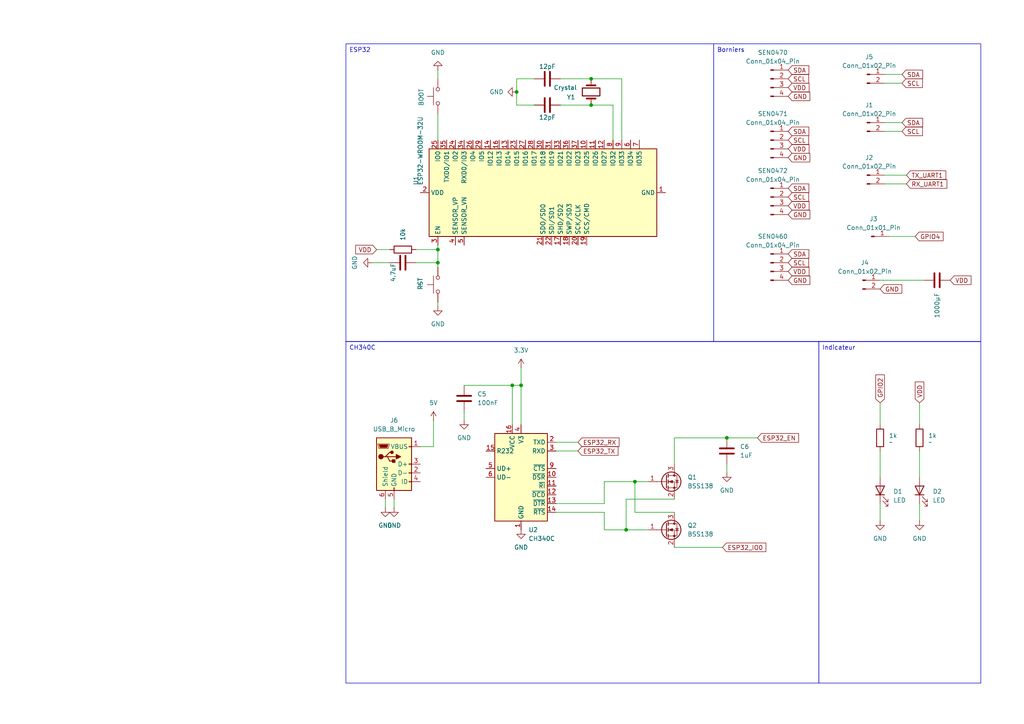
<source format=kicad_sch>
(kicad_sch
	(version 20250114)
	(generator "eeschema")
	(generator_version "9.0")
	(uuid "6db5d815-cdf7-4feb-bbc7-d4083eec04b1")
	(paper "A4")
	(lib_symbols
		(symbol "Connector:Conn_01x01_Pin"
			(pin_names
				(offset 1.016)
				(hide yes)
			)
			(exclude_from_sim no)
			(in_bom yes)
			(on_board yes)
			(property "Reference" "J"
				(at 0 2.54 0)
				(effects
					(font
						(size 1.27 1.27)
					)
				)
			)
			(property "Value" "Conn_01x01_Pin"
				(at 0 -2.54 0)
				(effects
					(font
						(size 1.27 1.27)
					)
				)
			)
			(property "Footprint" ""
				(at 0 0 0)
				(effects
					(font
						(size 1.27 1.27)
					)
					(hide yes)
				)
			)
			(property "Datasheet" "~"
				(at 0 0 0)
				(effects
					(font
						(size 1.27 1.27)
					)
					(hide yes)
				)
			)
			(property "Description" "Generic connector, single row, 01x01, script generated"
				(at 0 0 0)
				(effects
					(font
						(size 1.27 1.27)
					)
					(hide yes)
				)
			)
			(property "ki_locked" ""
				(at 0 0 0)
				(effects
					(font
						(size 1.27 1.27)
					)
				)
			)
			(property "ki_keywords" "connector"
				(at 0 0 0)
				(effects
					(font
						(size 1.27 1.27)
					)
					(hide yes)
				)
			)
			(property "ki_fp_filters" "Connector*:*_1x??_*"
				(at 0 0 0)
				(effects
					(font
						(size 1.27 1.27)
					)
					(hide yes)
				)
			)
			(symbol "Conn_01x01_Pin_1_1"
				(rectangle
					(start 0.8636 0.127)
					(end 0 -0.127)
					(stroke
						(width 0.1524)
						(type default)
					)
					(fill
						(type outline)
					)
				)
				(polyline
					(pts
						(xy 1.27 0) (xy 0.8636 0)
					)
					(stroke
						(width 0.1524)
						(type default)
					)
					(fill
						(type none)
					)
				)
				(pin passive line
					(at 5.08 0 180)
					(length 3.81)
					(name "Pin_1"
						(effects
							(font
								(size 1.27 1.27)
							)
						)
					)
					(number "1"
						(effects
							(font
								(size 1.27 1.27)
							)
						)
					)
				)
			)
			(embedded_fonts no)
		)
		(symbol "Connector:Conn_01x02_Pin"
			(pin_names
				(offset 1.016)
				(hide yes)
			)
			(exclude_from_sim no)
			(in_bom yes)
			(on_board yes)
			(property "Reference" "J"
				(at 0 2.54 0)
				(effects
					(font
						(size 1.27 1.27)
					)
				)
			)
			(property "Value" "Conn_01x02_Pin"
				(at 0 -5.08 0)
				(effects
					(font
						(size 1.27 1.27)
					)
				)
			)
			(property "Footprint" ""
				(at 0 0 0)
				(effects
					(font
						(size 1.27 1.27)
					)
					(hide yes)
				)
			)
			(property "Datasheet" "~"
				(at 0 0 0)
				(effects
					(font
						(size 1.27 1.27)
					)
					(hide yes)
				)
			)
			(property "Description" "Generic connector, single row, 01x02, script generated"
				(at 0 0 0)
				(effects
					(font
						(size 1.27 1.27)
					)
					(hide yes)
				)
			)
			(property "ki_locked" ""
				(at 0 0 0)
				(effects
					(font
						(size 1.27 1.27)
					)
				)
			)
			(property "ki_keywords" "connector"
				(at 0 0 0)
				(effects
					(font
						(size 1.27 1.27)
					)
					(hide yes)
				)
			)
			(property "ki_fp_filters" "Connector*:*_1x??_*"
				(at 0 0 0)
				(effects
					(font
						(size 1.27 1.27)
					)
					(hide yes)
				)
			)
			(symbol "Conn_01x02_Pin_1_1"
				(rectangle
					(start 0.8636 0.127)
					(end 0 -0.127)
					(stroke
						(width 0.1524)
						(type default)
					)
					(fill
						(type outline)
					)
				)
				(rectangle
					(start 0.8636 -2.413)
					(end 0 -2.667)
					(stroke
						(width 0.1524)
						(type default)
					)
					(fill
						(type outline)
					)
				)
				(polyline
					(pts
						(xy 1.27 0) (xy 0.8636 0)
					)
					(stroke
						(width 0.1524)
						(type default)
					)
					(fill
						(type none)
					)
				)
				(polyline
					(pts
						(xy 1.27 -2.54) (xy 0.8636 -2.54)
					)
					(stroke
						(width 0.1524)
						(type default)
					)
					(fill
						(type none)
					)
				)
				(pin passive line
					(at 5.08 0 180)
					(length 3.81)
					(name "Pin_1"
						(effects
							(font
								(size 1.27 1.27)
							)
						)
					)
					(number "1"
						(effects
							(font
								(size 1.27 1.27)
							)
						)
					)
				)
				(pin passive line
					(at 5.08 -2.54 180)
					(length 3.81)
					(name "Pin_2"
						(effects
							(font
								(size 1.27 1.27)
							)
						)
					)
					(number "2"
						(effects
							(font
								(size 1.27 1.27)
							)
						)
					)
				)
			)
			(embedded_fonts no)
		)
		(symbol "Connector:Conn_01x04_Pin"
			(pin_names
				(offset 1.016)
				(hide yes)
			)
			(exclude_from_sim no)
			(in_bom yes)
			(on_board yes)
			(property "Reference" "J"
				(at 0 5.08 0)
				(effects
					(font
						(size 1.27 1.27)
					)
				)
			)
			(property "Value" "Conn_01x04_Pin"
				(at 0 -7.62 0)
				(effects
					(font
						(size 1.27 1.27)
					)
				)
			)
			(property "Footprint" ""
				(at 0 0 0)
				(effects
					(font
						(size 1.27 1.27)
					)
					(hide yes)
				)
			)
			(property "Datasheet" "~"
				(at 0 0 0)
				(effects
					(font
						(size 1.27 1.27)
					)
					(hide yes)
				)
			)
			(property "Description" "Generic connector, single row, 01x04, script generated"
				(at 0 0 0)
				(effects
					(font
						(size 1.27 1.27)
					)
					(hide yes)
				)
			)
			(property "ki_locked" ""
				(at 0 0 0)
				(effects
					(font
						(size 1.27 1.27)
					)
				)
			)
			(property "ki_keywords" "connector"
				(at 0 0 0)
				(effects
					(font
						(size 1.27 1.27)
					)
					(hide yes)
				)
			)
			(property "ki_fp_filters" "Connector*:*_1x??_*"
				(at 0 0 0)
				(effects
					(font
						(size 1.27 1.27)
					)
					(hide yes)
				)
			)
			(symbol "Conn_01x04_Pin_1_1"
				(rectangle
					(start 0.8636 2.667)
					(end 0 2.413)
					(stroke
						(width 0.1524)
						(type default)
					)
					(fill
						(type outline)
					)
				)
				(rectangle
					(start 0.8636 0.127)
					(end 0 -0.127)
					(stroke
						(width 0.1524)
						(type default)
					)
					(fill
						(type outline)
					)
				)
				(rectangle
					(start 0.8636 -2.413)
					(end 0 -2.667)
					(stroke
						(width 0.1524)
						(type default)
					)
					(fill
						(type outline)
					)
				)
				(rectangle
					(start 0.8636 -4.953)
					(end 0 -5.207)
					(stroke
						(width 0.1524)
						(type default)
					)
					(fill
						(type outline)
					)
				)
				(polyline
					(pts
						(xy 1.27 2.54) (xy 0.8636 2.54)
					)
					(stroke
						(width 0.1524)
						(type default)
					)
					(fill
						(type none)
					)
				)
				(polyline
					(pts
						(xy 1.27 0) (xy 0.8636 0)
					)
					(stroke
						(width 0.1524)
						(type default)
					)
					(fill
						(type none)
					)
				)
				(polyline
					(pts
						(xy 1.27 -2.54) (xy 0.8636 -2.54)
					)
					(stroke
						(width 0.1524)
						(type default)
					)
					(fill
						(type none)
					)
				)
				(polyline
					(pts
						(xy 1.27 -5.08) (xy 0.8636 -5.08)
					)
					(stroke
						(width 0.1524)
						(type default)
					)
					(fill
						(type none)
					)
				)
				(pin passive line
					(at 5.08 2.54 180)
					(length 3.81)
					(name "Pin_1"
						(effects
							(font
								(size 1.27 1.27)
							)
						)
					)
					(number "1"
						(effects
							(font
								(size 1.27 1.27)
							)
						)
					)
				)
				(pin passive line
					(at 5.08 0 180)
					(length 3.81)
					(name "Pin_2"
						(effects
							(font
								(size 1.27 1.27)
							)
						)
					)
					(number "2"
						(effects
							(font
								(size 1.27 1.27)
							)
						)
					)
				)
				(pin passive line
					(at 5.08 -2.54 180)
					(length 3.81)
					(name "Pin_3"
						(effects
							(font
								(size 1.27 1.27)
							)
						)
					)
					(number "3"
						(effects
							(font
								(size 1.27 1.27)
							)
						)
					)
				)
				(pin passive line
					(at 5.08 -5.08 180)
					(length 3.81)
					(name "Pin_4"
						(effects
							(font
								(size 1.27 1.27)
							)
						)
					)
					(number "4"
						(effects
							(font
								(size 1.27 1.27)
							)
						)
					)
				)
			)
			(embedded_fonts no)
		)
		(symbol "Connector:USB_B_Micro"
			(pin_names
				(offset 1.016)
			)
			(exclude_from_sim no)
			(in_bom yes)
			(on_board yes)
			(property "Reference" "J"
				(at -5.08 11.43 0)
				(effects
					(font
						(size 1.27 1.27)
					)
					(justify left)
				)
			)
			(property "Value" "USB_B_Micro"
				(at -5.08 8.89 0)
				(effects
					(font
						(size 1.27 1.27)
					)
					(justify left)
				)
			)
			(property "Footprint" ""
				(at 3.81 -1.27 0)
				(effects
					(font
						(size 1.27 1.27)
					)
					(hide yes)
				)
			)
			(property "Datasheet" "~"
				(at 3.81 -1.27 0)
				(effects
					(font
						(size 1.27 1.27)
					)
					(hide yes)
				)
			)
			(property "Description" "USB Micro Type B connector"
				(at 0 0 0)
				(effects
					(font
						(size 1.27 1.27)
					)
					(hide yes)
				)
			)
			(property "ki_keywords" "connector USB micro"
				(at 0 0 0)
				(effects
					(font
						(size 1.27 1.27)
					)
					(hide yes)
				)
			)
			(property "ki_fp_filters" "USB*"
				(at 0 0 0)
				(effects
					(font
						(size 1.27 1.27)
					)
					(hide yes)
				)
			)
			(symbol "USB_B_Micro_0_1"
				(rectangle
					(start -5.08 -7.62)
					(end 5.08 7.62)
					(stroke
						(width 0.254)
						(type default)
					)
					(fill
						(type background)
					)
				)
				(polyline
					(pts
						(xy -4.699 5.842) (xy -4.699 5.588) (xy -4.445 4.826) (xy -4.445 4.572) (xy -1.651 4.572) (xy -1.651 4.826)
						(xy -1.397 5.588) (xy -1.397 5.842) (xy -4.699 5.842)
					)
					(stroke
						(width 0)
						(type default)
					)
					(fill
						(type none)
					)
				)
				(polyline
					(pts
						(xy -4.318 5.588) (xy -1.778 5.588) (xy -2.032 4.826) (xy -4.064 4.826) (xy -4.318 5.588)
					)
					(stroke
						(width 0)
						(type default)
					)
					(fill
						(type outline)
					)
				)
				(circle
					(center -3.81 2.159)
					(radius 0.635)
					(stroke
						(width 0.254)
						(type default)
					)
					(fill
						(type outline)
					)
				)
				(polyline
					(pts
						(xy -3.175 2.159) (xy -2.54 2.159) (xy -1.27 3.429) (xy -0.635 3.429)
					)
					(stroke
						(width 0.254)
						(type default)
					)
					(fill
						(type none)
					)
				)
				(polyline
					(pts
						(xy -2.54 2.159) (xy -1.905 2.159) (xy -1.27 0.889) (xy 0 0.889)
					)
					(stroke
						(width 0.254)
						(type default)
					)
					(fill
						(type none)
					)
				)
				(polyline
					(pts
						(xy -1.905 2.159) (xy 0.635 2.159)
					)
					(stroke
						(width 0.254)
						(type default)
					)
					(fill
						(type none)
					)
				)
				(circle
					(center -0.635 3.429)
					(radius 0.381)
					(stroke
						(width 0.254)
						(type default)
					)
					(fill
						(type outline)
					)
				)
				(rectangle
					(start -0.127 -7.62)
					(end 0.127 -6.858)
					(stroke
						(width 0)
						(type default)
					)
					(fill
						(type none)
					)
				)
				(rectangle
					(start 0.254 1.27)
					(end -0.508 0.508)
					(stroke
						(width 0.254)
						(type default)
					)
					(fill
						(type outline)
					)
				)
				(polyline
					(pts
						(xy 0.635 2.794) (xy 0.635 1.524) (xy 1.905 2.159) (xy 0.635 2.794)
					)
					(stroke
						(width 0.254)
						(type default)
					)
					(fill
						(type outline)
					)
				)
				(rectangle
					(start 5.08 4.953)
					(end 4.318 5.207)
					(stroke
						(width 0)
						(type default)
					)
					(fill
						(type none)
					)
				)
				(rectangle
					(start 5.08 -0.127)
					(end 4.318 0.127)
					(stroke
						(width 0)
						(type default)
					)
					(fill
						(type none)
					)
				)
				(rectangle
					(start 5.08 -2.667)
					(end 4.318 -2.413)
					(stroke
						(width 0)
						(type default)
					)
					(fill
						(type none)
					)
				)
				(rectangle
					(start 5.08 -5.207)
					(end 4.318 -4.953)
					(stroke
						(width 0)
						(type default)
					)
					(fill
						(type none)
					)
				)
			)
			(symbol "USB_B_Micro_1_1"
				(pin passive line
					(at -2.54 -10.16 90)
					(length 2.54)
					(name "Shield"
						(effects
							(font
								(size 1.27 1.27)
							)
						)
					)
					(number "6"
						(effects
							(font
								(size 1.27 1.27)
							)
						)
					)
				)
				(pin power_out line
					(at 0 -10.16 90)
					(length 2.54)
					(name "GND"
						(effects
							(font
								(size 1.27 1.27)
							)
						)
					)
					(number "5"
						(effects
							(font
								(size 1.27 1.27)
							)
						)
					)
				)
				(pin power_out line
					(at 7.62 5.08 180)
					(length 2.54)
					(name "VBUS"
						(effects
							(font
								(size 1.27 1.27)
							)
						)
					)
					(number "1"
						(effects
							(font
								(size 1.27 1.27)
							)
						)
					)
				)
				(pin bidirectional line
					(at 7.62 0 180)
					(length 2.54)
					(name "D+"
						(effects
							(font
								(size 1.27 1.27)
							)
						)
					)
					(number "3"
						(effects
							(font
								(size 1.27 1.27)
							)
						)
					)
				)
				(pin bidirectional line
					(at 7.62 -2.54 180)
					(length 2.54)
					(name "D-"
						(effects
							(font
								(size 1.27 1.27)
							)
						)
					)
					(number "2"
						(effects
							(font
								(size 1.27 1.27)
							)
						)
					)
				)
				(pin passive line
					(at 7.62 -5.08 180)
					(length 2.54)
					(name "ID"
						(effects
							(font
								(size 1.27 1.27)
							)
						)
					)
					(number "4"
						(effects
							(font
								(size 1.27 1.27)
							)
						)
					)
				)
			)
			(embedded_fonts no)
		)
		(symbol "Device:C"
			(pin_numbers
				(hide yes)
			)
			(pin_names
				(offset 0.254)
			)
			(exclude_from_sim no)
			(in_bom yes)
			(on_board yes)
			(property "Reference" "C"
				(at 0.635 2.54 0)
				(effects
					(font
						(size 1.27 1.27)
					)
					(justify left)
				)
			)
			(property "Value" "C"
				(at 0.635 -2.54 0)
				(effects
					(font
						(size 1.27 1.27)
					)
					(justify left)
				)
			)
			(property "Footprint" ""
				(at 0.9652 -3.81 0)
				(effects
					(font
						(size 1.27 1.27)
					)
					(hide yes)
				)
			)
			(property "Datasheet" "~"
				(at 0 0 0)
				(effects
					(font
						(size 1.27 1.27)
					)
					(hide yes)
				)
			)
			(property "Description" "Unpolarized capacitor"
				(at 0 0 0)
				(effects
					(font
						(size 1.27 1.27)
					)
					(hide yes)
				)
			)
			(property "ki_keywords" "cap capacitor"
				(at 0 0 0)
				(effects
					(font
						(size 1.27 1.27)
					)
					(hide yes)
				)
			)
			(property "ki_fp_filters" "C_*"
				(at 0 0 0)
				(effects
					(font
						(size 1.27 1.27)
					)
					(hide yes)
				)
			)
			(symbol "C_0_1"
				(polyline
					(pts
						(xy -2.032 0.762) (xy 2.032 0.762)
					)
					(stroke
						(width 0.508)
						(type default)
					)
					(fill
						(type none)
					)
				)
				(polyline
					(pts
						(xy -2.032 -0.762) (xy 2.032 -0.762)
					)
					(stroke
						(width 0.508)
						(type default)
					)
					(fill
						(type none)
					)
				)
			)
			(symbol "C_1_1"
				(pin passive line
					(at 0 3.81 270)
					(length 2.794)
					(name "~"
						(effects
							(font
								(size 1.27 1.27)
							)
						)
					)
					(number "1"
						(effects
							(font
								(size 1.27 1.27)
							)
						)
					)
				)
				(pin passive line
					(at 0 -3.81 90)
					(length 2.794)
					(name "~"
						(effects
							(font
								(size 1.27 1.27)
							)
						)
					)
					(number "2"
						(effects
							(font
								(size 1.27 1.27)
							)
						)
					)
				)
			)
			(embedded_fonts no)
		)
		(symbol "Device:Crystal"
			(pin_numbers
				(hide yes)
			)
			(pin_names
				(offset 1.016)
				(hide yes)
			)
			(exclude_from_sim no)
			(in_bom yes)
			(on_board yes)
			(property "Reference" "Y"
				(at 0 3.81 0)
				(effects
					(font
						(size 1.27 1.27)
					)
				)
			)
			(property "Value" "Crystal"
				(at 0 -3.81 0)
				(effects
					(font
						(size 1.27 1.27)
					)
				)
			)
			(property "Footprint" ""
				(at 0 0 0)
				(effects
					(font
						(size 1.27 1.27)
					)
					(hide yes)
				)
			)
			(property "Datasheet" "~"
				(at 0 0 0)
				(effects
					(font
						(size 1.27 1.27)
					)
					(hide yes)
				)
			)
			(property "Description" "Two pin crystal"
				(at 0 0 0)
				(effects
					(font
						(size 1.27 1.27)
					)
					(hide yes)
				)
			)
			(property "ki_keywords" "quartz ceramic resonator oscillator"
				(at 0 0 0)
				(effects
					(font
						(size 1.27 1.27)
					)
					(hide yes)
				)
			)
			(property "ki_fp_filters" "Crystal*"
				(at 0 0 0)
				(effects
					(font
						(size 1.27 1.27)
					)
					(hide yes)
				)
			)
			(symbol "Crystal_0_1"
				(polyline
					(pts
						(xy -2.54 0) (xy -1.905 0)
					)
					(stroke
						(width 0)
						(type default)
					)
					(fill
						(type none)
					)
				)
				(polyline
					(pts
						(xy -1.905 -1.27) (xy -1.905 1.27)
					)
					(stroke
						(width 0.508)
						(type default)
					)
					(fill
						(type none)
					)
				)
				(rectangle
					(start -1.143 2.54)
					(end 1.143 -2.54)
					(stroke
						(width 0.3048)
						(type default)
					)
					(fill
						(type none)
					)
				)
				(polyline
					(pts
						(xy 1.905 -1.27) (xy 1.905 1.27)
					)
					(stroke
						(width 0.508)
						(type default)
					)
					(fill
						(type none)
					)
				)
				(polyline
					(pts
						(xy 2.54 0) (xy 1.905 0)
					)
					(stroke
						(width 0)
						(type default)
					)
					(fill
						(type none)
					)
				)
			)
			(symbol "Crystal_1_1"
				(pin passive line
					(at -3.81 0 0)
					(length 1.27)
					(name "1"
						(effects
							(font
								(size 1.27 1.27)
							)
						)
					)
					(number "1"
						(effects
							(font
								(size 1.27 1.27)
							)
						)
					)
				)
				(pin passive line
					(at 3.81 0 180)
					(length 1.27)
					(name "2"
						(effects
							(font
								(size 1.27 1.27)
							)
						)
					)
					(number "2"
						(effects
							(font
								(size 1.27 1.27)
							)
						)
					)
				)
			)
			(embedded_fonts no)
		)
		(symbol "Device:LED"
			(pin_numbers
				(hide yes)
			)
			(pin_names
				(offset 1.016)
				(hide yes)
			)
			(exclude_from_sim no)
			(in_bom yes)
			(on_board yes)
			(property "Reference" "D"
				(at 0 2.54 0)
				(effects
					(font
						(size 1.27 1.27)
					)
				)
			)
			(property "Value" "LED"
				(at 0 -2.54 0)
				(effects
					(font
						(size 1.27 1.27)
					)
				)
			)
			(property "Footprint" ""
				(at 0 0 0)
				(effects
					(font
						(size 1.27 1.27)
					)
					(hide yes)
				)
			)
			(property "Datasheet" "~"
				(at 0 0 0)
				(effects
					(font
						(size 1.27 1.27)
					)
					(hide yes)
				)
			)
			(property "Description" "Light emitting diode"
				(at 0 0 0)
				(effects
					(font
						(size 1.27 1.27)
					)
					(hide yes)
				)
			)
			(property "Sim.Pins" "1=K 2=A"
				(at 0 0 0)
				(effects
					(font
						(size 1.27 1.27)
					)
					(hide yes)
				)
			)
			(property "ki_keywords" "LED diode"
				(at 0 0 0)
				(effects
					(font
						(size 1.27 1.27)
					)
					(hide yes)
				)
			)
			(property "ki_fp_filters" "LED* LED_SMD:* LED_THT:*"
				(at 0 0 0)
				(effects
					(font
						(size 1.27 1.27)
					)
					(hide yes)
				)
			)
			(symbol "LED_0_1"
				(polyline
					(pts
						(xy -3.048 -0.762) (xy -4.572 -2.286) (xy -3.81 -2.286) (xy -4.572 -2.286) (xy -4.572 -1.524)
					)
					(stroke
						(width 0)
						(type default)
					)
					(fill
						(type none)
					)
				)
				(polyline
					(pts
						(xy -1.778 -0.762) (xy -3.302 -2.286) (xy -2.54 -2.286) (xy -3.302 -2.286) (xy -3.302 -1.524)
					)
					(stroke
						(width 0)
						(type default)
					)
					(fill
						(type none)
					)
				)
				(polyline
					(pts
						(xy -1.27 0) (xy 1.27 0)
					)
					(stroke
						(width 0)
						(type default)
					)
					(fill
						(type none)
					)
				)
				(polyline
					(pts
						(xy -1.27 -1.27) (xy -1.27 1.27)
					)
					(stroke
						(width 0.254)
						(type default)
					)
					(fill
						(type none)
					)
				)
				(polyline
					(pts
						(xy 1.27 -1.27) (xy 1.27 1.27) (xy -1.27 0) (xy 1.27 -1.27)
					)
					(stroke
						(width 0.254)
						(type default)
					)
					(fill
						(type none)
					)
				)
			)
			(symbol "LED_1_1"
				(pin passive line
					(at -3.81 0 0)
					(length 2.54)
					(name "K"
						(effects
							(font
								(size 1.27 1.27)
							)
						)
					)
					(number "1"
						(effects
							(font
								(size 1.27 1.27)
							)
						)
					)
				)
				(pin passive line
					(at 3.81 0 180)
					(length 2.54)
					(name "A"
						(effects
							(font
								(size 1.27 1.27)
							)
						)
					)
					(number "2"
						(effects
							(font
								(size 1.27 1.27)
							)
						)
					)
				)
			)
			(embedded_fonts no)
		)
		(symbol "Device:R"
			(pin_numbers
				(hide yes)
			)
			(pin_names
				(offset 0)
			)
			(exclude_from_sim no)
			(in_bom yes)
			(on_board yes)
			(property "Reference" "R"
				(at 2.032 0 90)
				(effects
					(font
						(size 1.27 1.27)
					)
				)
			)
			(property "Value" "R"
				(at 0 0 90)
				(effects
					(font
						(size 1.27 1.27)
					)
				)
			)
			(property "Footprint" ""
				(at -1.778 0 90)
				(effects
					(font
						(size 1.27 1.27)
					)
					(hide yes)
				)
			)
			(property "Datasheet" "~"
				(at 0 0 0)
				(effects
					(font
						(size 1.27 1.27)
					)
					(hide yes)
				)
			)
			(property "Description" "Resistor"
				(at 0 0 0)
				(effects
					(font
						(size 1.27 1.27)
					)
					(hide yes)
				)
			)
			(property "ki_keywords" "R res resistor"
				(at 0 0 0)
				(effects
					(font
						(size 1.27 1.27)
					)
					(hide yes)
				)
			)
			(property "ki_fp_filters" "R_*"
				(at 0 0 0)
				(effects
					(font
						(size 1.27 1.27)
					)
					(hide yes)
				)
			)
			(symbol "R_0_1"
				(rectangle
					(start -1.016 -2.54)
					(end 1.016 2.54)
					(stroke
						(width 0.254)
						(type default)
					)
					(fill
						(type none)
					)
				)
			)
			(symbol "R_1_1"
				(pin passive line
					(at 0 3.81 270)
					(length 1.27)
					(name "~"
						(effects
							(font
								(size 1.27 1.27)
							)
						)
					)
					(number "1"
						(effects
							(font
								(size 1.27 1.27)
							)
						)
					)
				)
				(pin passive line
					(at 0 -3.81 90)
					(length 1.27)
					(name "~"
						(effects
							(font
								(size 1.27 1.27)
							)
						)
					)
					(number "2"
						(effects
							(font
								(size 1.27 1.27)
							)
						)
					)
				)
			)
			(embedded_fonts no)
		)
		(symbol "Interface_USB:CH340C"
			(exclude_from_sim no)
			(in_bom yes)
			(on_board yes)
			(property "Reference" "U"
				(at -5.08 13.97 0)
				(effects
					(font
						(size 1.27 1.27)
					)
					(justify right)
				)
			)
			(property "Value" "CH340C"
				(at 1.27 13.97 0)
				(effects
					(font
						(size 1.27 1.27)
					)
					(justify left)
				)
			)
			(property "Footprint" "Package_SO:SOIC-16_3.9x9.9mm_P1.27mm"
				(at -18.542 30.226 0)
				(effects
					(font
						(size 1.27 1.27)
					)
					(justify left)
					(hide yes)
				)
			)
			(property "Datasheet" "https://datasheet.lcsc.com/szlcsc/Jiangsu-Qin-Heng-CH340C_C84681.pdf"
				(at -6.604 33.274 0)
				(effects
					(font
						(size 1.27 1.27)
					)
					(hide yes)
				)
			)
			(property "Description" "USB serial converter, crystal-less, UART, SOIC-16"
				(at -1.524 36.068 0)
				(effects
					(font
						(size 1.27 1.27)
					)
					(hide yes)
				)
			)
			(property "ki_keywords" "USB UART Serial Converter Interface"
				(at 0 0 0)
				(effects
					(font
						(size 1.27 1.27)
					)
					(hide yes)
				)
			)
			(property "ki_fp_filters" "SOIC*3.9x9.9mm*P1.27mm*"
				(at 0 0 0)
				(effects
					(font
						(size 1.27 1.27)
					)
					(hide yes)
				)
			)
			(symbol "CH340C_0_1"
				(rectangle
					(start -7.62 12.7)
					(end 7.62 -12.7)
					(stroke
						(width 0.254)
						(type default)
					)
					(fill
						(type background)
					)
				)
			)
			(symbol "CH340C_1_1"
				(pin input line
					(at -10.16 7.62 0)
					(length 2.54)
					(name "R232"
						(effects
							(font
								(size 1.27 1.27)
							)
						)
					)
					(number "15"
						(effects
							(font
								(size 1.27 1.27)
							)
						)
					)
				)
				(pin bidirectional line
					(at -10.16 2.54 0)
					(length 2.54)
					(name "UD+"
						(effects
							(font
								(size 1.27 1.27)
							)
						)
					)
					(number "5"
						(effects
							(font
								(size 1.27 1.27)
							)
						)
					)
				)
				(pin bidirectional line
					(at -10.16 0 0)
					(length 2.54)
					(name "UD-"
						(effects
							(font
								(size 1.27 1.27)
							)
						)
					)
					(number "6"
						(effects
							(font
								(size 1.27 1.27)
							)
						)
					)
				)
				(pin no_connect line
					(at -7.62 -5.08 0)
					(length 2.54)
					(hide yes)
					(name "NC"
						(effects
							(font
								(size 1.27 1.27)
							)
						)
					)
					(number "7"
						(effects
							(font
								(size 1.27 1.27)
							)
						)
					)
				)
				(pin no_connect line
					(at -7.62 -7.62 0)
					(length 2.54)
					(hide yes)
					(name "NC"
						(effects
							(font
								(size 1.27 1.27)
							)
						)
					)
					(number "8"
						(effects
							(font
								(size 1.27 1.27)
							)
						)
					)
				)
				(pin power_in line
					(at -2.54 15.24 270)
					(length 2.54)
					(name "VCC"
						(effects
							(font
								(size 1.27 1.27)
							)
						)
					)
					(number "16"
						(effects
							(font
								(size 1.27 1.27)
							)
						)
					)
				)
				(pin power_out line
					(at 0 15.24 270)
					(length 2.54)
					(name "V3"
						(effects
							(font
								(size 1.27 1.27)
							)
						)
					)
					(number "4"
						(effects
							(font
								(size 1.27 1.27)
							)
						)
					)
				)
				(pin power_in line
					(at 0 -15.24 90)
					(length 2.54)
					(name "GND"
						(effects
							(font
								(size 1.27 1.27)
							)
						)
					)
					(number "1"
						(effects
							(font
								(size 1.27 1.27)
							)
						)
					)
				)
				(pin output line
					(at 10.16 10.16 180)
					(length 2.54)
					(name "TXD"
						(effects
							(font
								(size 1.27 1.27)
							)
						)
					)
					(number "2"
						(effects
							(font
								(size 1.27 1.27)
							)
						)
					)
				)
				(pin input line
					(at 10.16 7.62 180)
					(length 2.54)
					(name "RXD"
						(effects
							(font
								(size 1.27 1.27)
							)
						)
					)
					(number "3"
						(effects
							(font
								(size 1.27 1.27)
							)
						)
					)
				)
				(pin input line
					(at 10.16 2.54 180)
					(length 2.54)
					(name "~{CTS}"
						(effects
							(font
								(size 1.27 1.27)
							)
						)
					)
					(number "9"
						(effects
							(font
								(size 1.27 1.27)
							)
						)
					)
				)
				(pin input line
					(at 10.16 0 180)
					(length 2.54)
					(name "~{DSR}"
						(effects
							(font
								(size 1.27 1.27)
							)
						)
					)
					(number "10"
						(effects
							(font
								(size 1.27 1.27)
							)
						)
					)
				)
				(pin input line
					(at 10.16 -2.54 180)
					(length 2.54)
					(name "~{RI}"
						(effects
							(font
								(size 1.27 1.27)
							)
						)
					)
					(number "11"
						(effects
							(font
								(size 1.27 1.27)
							)
						)
					)
				)
				(pin input line
					(at 10.16 -5.08 180)
					(length 2.54)
					(name "~{DCD}"
						(effects
							(font
								(size 1.27 1.27)
							)
						)
					)
					(number "12"
						(effects
							(font
								(size 1.27 1.27)
							)
						)
					)
				)
				(pin output line
					(at 10.16 -7.62 180)
					(length 2.54)
					(name "~{DTR}"
						(effects
							(font
								(size 1.27 1.27)
							)
						)
					)
					(number "13"
						(effects
							(font
								(size 1.27 1.27)
							)
						)
					)
				)
				(pin output line
					(at 10.16 -10.16 180)
					(length 2.54)
					(name "~{RTS}"
						(effects
							(font
								(size 1.27 1.27)
							)
						)
					)
					(number "14"
						(effects
							(font
								(size 1.27 1.27)
							)
						)
					)
				)
			)
			(embedded_fonts no)
		)
		(symbol "RF_Module:ESP32-WROOM-32U"
			(exclude_from_sim no)
			(in_bom yes)
			(on_board yes)
			(property "Reference" "U"
				(at -12.7 34.29 0)
				(effects
					(font
						(size 1.27 1.27)
					)
					(justify left)
				)
			)
			(property "Value" "ESP32-WROOM-32U"
				(at 1.27 34.29 0)
				(effects
					(font
						(size 1.27 1.27)
					)
					(justify left)
				)
			)
			(property "Footprint" "RF_Module:ESP32-WROOM-32U"
				(at 0 -38.1 0)
				(effects
					(font
						(size 1.27 1.27)
					)
					(hide yes)
				)
			)
			(property "Datasheet" "https://www.espressif.com/sites/default/files/documentation/esp32-wroom-32d_esp32-wroom-32u_datasheet_en.pdf"
				(at -7.62 1.27 0)
				(effects
					(font
						(size 1.27 1.27)
					)
					(hide yes)
				)
			)
			(property "Description" "RF Module, ESP32-D0WD SoC, Wi-Fi 802.11b/g/n, Bluetooth, BLE, 32-bit, 2.7-3.6V, external antenna, SMD"
				(at 0 0 0)
				(effects
					(font
						(size 1.27 1.27)
					)
					(hide yes)
				)
			)
			(property "ki_keywords" "RF Radio BT ESP ESP32 Espressif external U.FL antenna"
				(at 0 0 0)
				(effects
					(font
						(size 1.27 1.27)
					)
					(hide yes)
				)
			)
			(property "ki_fp_filters" "ESP32?WROOM?32U*"
				(at 0 0 0)
				(effects
					(font
						(size 1.27 1.27)
					)
					(hide yes)
				)
			)
			(symbol "ESP32-WROOM-32U_0_1"
				(rectangle
					(start -12.7 33.02)
					(end 12.7 -33.02)
					(stroke
						(width 0.254)
						(type default)
					)
					(fill
						(type background)
					)
				)
			)
			(symbol "ESP32-WROOM-32U_1_1"
				(pin input line
					(at -15.24 30.48 0)
					(length 2.54)
					(name "EN"
						(effects
							(font
								(size 1.27 1.27)
							)
						)
					)
					(number "3"
						(effects
							(font
								(size 1.27 1.27)
							)
						)
					)
				)
				(pin input line
					(at -15.24 25.4 0)
					(length 2.54)
					(name "SENSOR_VP"
						(effects
							(font
								(size 1.27 1.27)
							)
						)
					)
					(number "4"
						(effects
							(font
								(size 1.27 1.27)
							)
						)
					)
				)
				(pin input line
					(at -15.24 22.86 0)
					(length 2.54)
					(name "SENSOR_VN"
						(effects
							(font
								(size 1.27 1.27)
							)
						)
					)
					(number "5"
						(effects
							(font
								(size 1.27 1.27)
							)
						)
					)
				)
				(pin bidirectional line
					(at -15.24 0 0)
					(length 2.54)
					(name "SDO/SD0"
						(effects
							(font
								(size 1.27 1.27)
							)
						)
					)
					(number "21"
						(effects
							(font
								(size 1.27 1.27)
							)
						)
					)
				)
				(pin bidirectional line
					(at -15.24 -2.54 0)
					(length 2.54)
					(name "SDI/SD1"
						(effects
							(font
								(size 1.27 1.27)
							)
						)
					)
					(number "22"
						(effects
							(font
								(size 1.27 1.27)
							)
						)
					)
				)
				(pin bidirectional line
					(at -15.24 -5.08 0)
					(length 2.54)
					(name "SHD/SD2"
						(effects
							(font
								(size 1.27 1.27)
							)
						)
					)
					(number "17"
						(effects
							(font
								(size 1.27 1.27)
							)
						)
					)
				)
				(pin bidirectional line
					(at -15.24 -7.62 0)
					(length 2.54)
					(name "SWP/SD3"
						(effects
							(font
								(size 1.27 1.27)
							)
						)
					)
					(number "18"
						(effects
							(font
								(size 1.27 1.27)
							)
						)
					)
				)
				(pin bidirectional line
					(at -15.24 -10.16 0)
					(length 2.54)
					(name "SCK/CLK"
						(effects
							(font
								(size 1.27 1.27)
							)
						)
					)
					(number "20"
						(effects
							(font
								(size 1.27 1.27)
							)
						)
					)
				)
				(pin bidirectional line
					(at -15.24 -12.7 0)
					(length 2.54)
					(name "SCS/CMD"
						(effects
							(font
								(size 1.27 1.27)
							)
						)
					)
					(number "19"
						(effects
							(font
								(size 1.27 1.27)
							)
						)
					)
				)
				(pin no_connect line
					(at -12.7 -27.94 0)
					(length 2.54)
					(hide yes)
					(name "NC"
						(effects
							(font
								(size 1.27 1.27)
							)
						)
					)
					(number "32"
						(effects
							(font
								(size 1.27 1.27)
							)
						)
					)
				)
				(pin power_in line
					(at 0 35.56 270)
					(length 2.54)
					(name "VDD"
						(effects
							(font
								(size 1.27 1.27)
							)
						)
					)
					(number "2"
						(effects
							(font
								(size 1.27 1.27)
							)
						)
					)
				)
				(pin power_in line
					(at 0 -35.56 90)
					(length 2.54)
					(name "GND"
						(effects
							(font
								(size 1.27 1.27)
							)
						)
					)
					(number "1"
						(effects
							(font
								(size 1.27 1.27)
							)
						)
					)
				)
				(pin passive line
					(at 0 -35.56 90)
					(length 2.54)
					(hide yes)
					(name "GND"
						(effects
							(font
								(size 1.27 1.27)
							)
						)
					)
					(number "15"
						(effects
							(font
								(size 1.27 1.27)
							)
						)
					)
				)
				(pin passive line
					(at 0 -35.56 90)
					(length 2.54)
					(hide yes)
					(name "GND"
						(effects
							(font
								(size 1.27 1.27)
							)
						)
					)
					(number "38"
						(effects
							(font
								(size 1.27 1.27)
							)
						)
					)
				)
				(pin passive line
					(at 0 -35.56 90)
					(length 2.54)
					(hide yes)
					(name "GND"
						(effects
							(font
								(size 1.27 1.27)
							)
						)
					)
					(number "39"
						(effects
							(font
								(size 1.27 1.27)
							)
						)
					)
				)
				(pin bidirectional line
					(at 15.24 30.48 180)
					(length 2.54)
					(name "IO0"
						(effects
							(font
								(size 1.27 1.27)
							)
						)
					)
					(number "25"
						(effects
							(font
								(size 1.27 1.27)
							)
						)
					)
				)
				(pin bidirectional line
					(at 15.24 27.94 180)
					(length 2.54)
					(name "TXD0/IO1"
						(effects
							(font
								(size 1.27 1.27)
							)
						)
					)
					(number "35"
						(effects
							(font
								(size 1.27 1.27)
							)
						)
					)
				)
				(pin bidirectional line
					(at 15.24 25.4 180)
					(length 2.54)
					(name "IO2"
						(effects
							(font
								(size 1.27 1.27)
							)
						)
					)
					(number "24"
						(effects
							(font
								(size 1.27 1.27)
							)
						)
					)
				)
				(pin bidirectional line
					(at 15.24 22.86 180)
					(length 2.54)
					(name "RXD0/IO3"
						(effects
							(font
								(size 1.27 1.27)
							)
						)
					)
					(number "34"
						(effects
							(font
								(size 1.27 1.27)
							)
						)
					)
				)
				(pin bidirectional line
					(at 15.24 20.32 180)
					(length 2.54)
					(name "IO4"
						(effects
							(font
								(size 1.27 1.27)
							)
						)
					)
					(number "26"
						(effects
							(font
								(size 1.27 1.27)
							)
						)
					)
				)
				(pin bidirectional line
					(at 15.24 17.78 180)
					(length 2.54)
					(name "IO5"
						(effects
							(font
								(size 1.27 1.27)
							)
						)
					)
					(number "29"
						(effects
							(font
								(size 1.27 1.27)
							)
						)
					)
				)
				(pin bidirectional line
					(at 15.24 15.24 180)
					(length 2.54)
					(name "IO12"
						(effects
							(font
								(size 1.27 1.27)
							)
						)
					)
					(number "14"
						(effects
							(font
								(size 1.27 1.27)
							)
						)
					)
				)
				(pin bidirectional line
					(at 15.24 12.7 180)
					(length 2.54)
					(name "IO13"
						(effects
							(font
								(size 1.27 1.27)
							)
						)
					)
					(number "16"
						(effects
							(font
								(size 1.27 1.27)
							)
						)
					)
				)
				(pin bidirectional line
					(at 15.24 10.16 180)
					(length 2.54)
					(name "IO14"
						(effects
							(font
								(size 1.27 1.27)
							)
						)
					)
					(number "13"
						(effects
							(font
								(size 1.27 1.27)
							)
						)
					)
				)
				(pin bidirectional line
					(at 15.24 7.62 180)
					(length 2.54)
					(name "IO15"
						(effects
							(font
								(size 1.27 1.27)
							)
						)
					)
					(number "23"
						(effects
							(font
								(size 1.27 1.27)
							)
						)
					)
				)
				(pin bidirectional line
					(at 15.24 5.08 180)
					(length 2.54)
					(name "IO16"
						(effects
							(font
								(size 1.27 1.27)
							)
						)
					)
					(number "27"
						(effects
							(font
								(size 1.27 1.27)
							)
						)
					)
				)
				(pin bidirectional line
					(at 15.24 2.54 180)
					(length 2.54)
					(name "IO17"
						(effects
							(font
								(size 1.27 1.27)
							)
						)
					)
					(number "28"
						(effects
							(font
								(size 1.27 1.27)
							)
						)
					)
				)
				(pin bidirectional line
					(at 15.24 0 180)
					(length 2.54)
					(name "IO18"
						(effects
							(font
								(size 1.27 1.27)
							)
						)
					)
					(number "30"
						(effects
							(font
								(size 1.27 1.27)
							)
						)
					)
				)
				(pin bidirectional line
					(at 15.24 -2.54 180)
					(length 2.54)
					(name "IO19"
						(effects
							(font
								(size 1.27 1.27)
							)
						)
					)
					(number "31"
						(effects
							(font
								(size 1.27 1.27)
							)
						)
					)
				)
				(pin bidirectional line
					(at 15.24 -5.08 180)
					(length 2.54)
					(name "IO21"
						(effects
							(font
								(size 1.27 1.27)
							)
						)
					)
					(number "33"
						(effects
							(font
								(size 1.27 1.27)
							)
						)
					)
				)
				(pin bidirectional line
					(at 15.24 -7.62 180)
					(length 2.54)
					(name "IO22"
						(effects
							(font
								(size 1.27 1.27)
							)
						)
					)
					(number "36"
						(effects
							(font
								(size 1.27 1.27)
							)
						)
					)
				)
				(pin bidirectional line
					(at 15.24 -10.16 180)
					(length 2.54)
					(name "IO23"
						(effects
							(font
								(size 1.27 1.27)
							)
						)
					)
					(number "37"
						(effects
							(font
								(size 1.27 1.27)
							)
						)
					)
				)
				(pin bidirectional line
					(at 15.24 -12.7 180)
					(length 2.54)
					(name "IO25"
						(effects
							(font
								(size 1.27 1.27)
							)
						)
					)
					(number "10"
						(effects
							(font
								(size 1.27 1.27)
							)
						)
					)
				)
				(pin bidirectional line
					(at 15.24 -15.24 180)
					(length 2.54)
					(name "IO26"
						(effects
							(font
								(size 1.27 1.27)
							)
						)
					)
					(number "11"
						(effects
							(font
								(size 1.27 1.27)
							)
						)
					)
				)
				(pin bidirectional line
					(at 15.24 -17.78 180)
					(length 2.54)
					(name "IO27"
						(effects
							(font
								(size 1.27 1.27)
							)
						)
					)
					(number "12"
						(effects
							(font
								(size 1.27 1.27)
							)
						)
					)
				)
				(pin bidirectional line
					(at 15.24 -20.32 180)
					(length 2.54)
					(name "IO32"
						(effects
							(font
								(size 1.27 1.27)
							)
						)
					)
					(number "8"
						(effects
							(font
								(size 1.27 1.27)
							)
						)
					)
				)
				(pin bidirectional line
					(at 15.24 -22.86 180)
					(length 2.54)
					(name "IO33"
						(effects
							(font
								(size 1.27 1.27)
							)
						)
					)
					(number "9"
						(effects
							(font
								(size 1.27 1.27)
							)
						)
					)
				)
				(pin input line
					(at 15.24 -25.4 180)
					(length 2.54)
					(name "IO34"
						(effects
							(font
								(size 1.27 1.27)
							)
						)
					)
					(number "6"
						(effects
							(font
								(size 1.27 1.27)
							)
						)
					)
				)
				(pin input line
					(at 15.24 -27.94 180)
					(length 2.54)
					(name "IO35"
						(effects
							(font
								(size 1.27 1.27)
							)
						)
					)
					(number "7"
						(effects
							(font
								(size 1.27 1.27)
							)
						)
					)
				)
			)
			(embedded_fonts no)
		)
		(symbol "Switch:SW_Push"
			(pin_numbers
				(hide yes)
			)
			(pin_names
				(offset 1.016)
				(hide yes)
			)
			(exclude_from_sim no)
			(in_bom yes)
			(on_board yes)
			(property "Reference" "SW"
				(at 1.27 2.54 0)
				(effects
					(font
						(size 1.27 1.27)
					)
					(justify left)
				)
			)
			(property "Value" "SW_Push"
				(at 0 -1.524 0)
				(effects
					(font
						(size 1.27 1.27)
					)
				)
			)
			(property "Footprint" ""
				(at 0 5.08 0)
				(effects
					(font
						(size 1.27 1.27)
					)
					(hide yes)
				)
			)
			(property "Datasheet" "~"
				(at 0 5.08 0)
				(effects
					(font
						(size 1.27 1.27)
					)
					(hide yes)
				)
			)
			(property "Description" "Push button switch, generic, two pins"
				(at 0 0 0)
				(effects
					(font
						(size 1.27 1.27)
					)
					(hide yes)
				)
			)
			(property "ki_keywords" "switch normally-open pushbutton push-button"
				(at 0 0 0)
				(effects
					(font
						(size 1.27 1.27)
					)
					(hide yes)
				)
			)
			(symbol "SW_Push_0_1"
				(circle
					(center -2.032 0)
					(radius 0.508)
					(stroke
						(width 0)
						(type default)
					)
					(fill
						(type none)
					)
				)
				(polyline
					(pts
						(xy 0 1.27) (xy 0 3.048)
					)
					(stroke
						(width 0)
						(type default)
					)
					(fill
						(type none)
					)
				)
				(circle
					(center 2.032 0)
					(radius 0.508)
					(stroke
						(width 0)
						(type default)
					)
					(fill
						(type none)
					)
				)
				(polyline
					(pts
						(xy 2.54 1.27) (xy -2.54 1.27)
					)
					(stroke
						(width 0)
						(type default)
					)
					(fill
						(type none)
					)
				)
				(pin passive line
					(at -5.08 0 0)
					(length 2.54)
					(name "1"
						(effects
							(font
								(size 1.27 1.27)
							)
						)
					)
					(number "1"
						(effects
							(font
								(size 1.27 1.27)
							)
						)
					)
				)
				(pin passive line
					(at 5.08 0 180)
					(length 2.54)
					(name "2"
						(effects
							(font
								(size 1.27 1.27)
							)
						)
					)
					(number "2"
						(effects
							(font
								(size 1.27 1.27)
							)
						)
					)
				)
			)
			(embedded_fonts no)
		)
		(symbol "Transistor_FET:BSS138"
			(pin_names
				(hide yes)
			)
			(exclude_from_sim no)
			(in_bom yes)
			(on_board yes)
			(property "Reference" "Q"
				(at 5.08 1.905 0)
				(effects
					(font
						(size 1.27 1.27)
					)
					(justify left)
				)
			)
			(property "Value" "BSS138"
				(at 5.08 0 0)
				(effects
					(font
						(size 1.27 1.27)
					)
					(justify left)
				)
			)
			(property "Footprint" "Package_TO_SOT_SMD:SOT-23"
				(at 5.08 -1.905 0)
				(effects
					(font
						(size 1.27 1.27)
						(italic yes)
					)
					(justify left)
					(hide yes)
				)
			)
			(property "Datasheet" "https://www.onsemi.com/pub/Collateral/BSS138-D.PDF"
				(at 5.08 -3.81 0)
				(effects
					(font
						(size 1.27 1.27)
					)
					(justify left)
					(hide yes)
				)
			)
			(property "Description" "50V Vds, 0.22A Id, N-Channel MOSFET, SOT-23"
				(at 0 0 0)
				(effects
					(font
						(size 1.27 1.27)
					)
					(hide yes)
				)
			)
			(property "ki_keywords" "N-Channel MOSFET"
				(at 0 0 0)
				(effects
					(font
						(size 1.27 1.27)
					)
					(hide yes)
				)
			)
			(property "ki_fp_filters" "SOT?23*"
				(at 0 0 0)
				(effects
					(font
						(size 1.27 1.27)
					)
					(hide yes)
				)
			)
			(symbol "BSS138_0_1"
				(polyline
					(pts
						(xy 0.254 1.905) (xy 0.254 -1.905)
					)
					(stroke
						(width 0.254)
						(type default)
					)
					(fill
						(type none)
					)
				)
				(polyline
					(pts
						(xy 0.254 0) (xy -2.54 0)
					)
					(stroke
						(width 0)
						(type default)
					)
					(fill
						(type none)
					)
				)
				(polyline
					(pts
						(xy 0.762 2.286) (xy 0.762 1.27)
					)
					(stroke
						(width 0.254)
						(type default)
					)
					(fill
						(type none)
					)
				)
				(polyline
					(pts
						(xy 0.762 0.508) (xy 0.762 -0.508)
					)
					(stroke
						(width 0.254)
						(type default)
					)
					(fill
						(type none)
					)
				)
				(polyline
					(pts
						(xy 0.762 -1.27) (xy 0.762 -2.286)
					)
					(stroke
						(width 0.254)
						(type default)
					)
					(fill
						(type none)
					)
				)
				(polyline
					(pts
						(xy 0.762 -1.778) (xy 3.302 -1.778) (xy 3.302 1.778) (xy 0.762 1.778)
					)
					(stroke
						(width 0)
						(type default)
					)
					(fill
						(type none)
					)
				)
				(polyline
					(pts
						(xy 1.016 0) (xy 2.032 0.381) (xy 2.032 -0.381) (xy 1.016 0)
					)
					(stroke
						(width 0)
						(type default)
					)
					(fill
						(type outline)
					)
				)
				(circle
					(center 1.651 0)
					(radius 2.794)
					(stroke
						(width 0.254)
						(type default)
					)
					(fill
						(type none)
					)
				)
				(polyline
					(pts
						(xy 2.54 2.54) (xy 2.54 1.778)
					)
					(stroke
						(width 0)
						(type default)
					)
					(fill
						(type none)
					)
				)
				(circle
					(center 2.54 1.778)
					(radius 0.254)
					(stroke
						(width 0)
						(type default)
					)
					(fill
						(type outline)
					)
				)
				(circle
					(center 2.54 -1.778)
					(radius 0.254)
					(stroke
						(width 0)
						(type default)
					)
					(fill
						(type outline)
					)
				)
				(polyline
					(pts
						(xy 2.54 -2.54) (xy 2.54 0) (xy 0.762 0)
					)
					(stroke
						(width 0)
						(type default)
					)
					(fill
						(type none)
					)
				)
				(polyline
					(pts
						(xy 2.794 0.508) (xy 2.921 0.381) (xy 3.683 0.381) (xy 3.81 0.254)
					)
					(stroke
						(width 0)
						(type default)
					)
					(fill
						(type none)
					)
				)
				(polyline
					(pts
						(xy 3.302 0.381) (xy 2.921 -0.254) (xy 3.683 -0.254) (xy 3.302 0.381)
					)
					(stroke
						(width 0)
						(type default)
					)
					(fill
						(type none)
					)
				)
			)
			(symbol "BSS138_1_1"
				(pin input line
					(at -5.08 0 0)
					(length 2.54)
					(name "G"
						(effects
							(font
								(size 1.27 1.27)
							)
						)
					)
					(number "1"
						(effects
							(font
								(size 1.27 1.27)
							)
						)
					)
				)
				(pin passive line
					(at 2.54 5.08 270)
					(length 2.54)
					(name "D"
						(effects
							(font
								(size 1.27 1.27)
							)
						)
					)
					(number "3"
						(effects
							(font
								(size 1.27 1.27)
							)
						)
					)
				)
				(pin passive line
					(at 2.54 -5.08 90)
					(length 2.54)
					(name "S"
						(effects
							(font
								(size 1.27 1.27)
							)
						)
					)
					(number "2"
						(effects
							(font
								(size 1.27 1.27)
							)
						)
					)
				)
			)
			(embedded_fonts no)
		)
		(symbol "power:GND"
			(power)
			(pin_numbers
				(hide yes)
			)
			(pin_names
				(offset 0)
				(hide yes)
			)
			(exclude_from_sim no)
			(in_bom yes)
			(on_board yes)
			(property "Reference" "#PWR"
				(at 0 -6.35 0)
				(effects
					(font
						(size 1.27 1.27)
					)
					(hide yes)
				)
			)
			(property "Value" "GND"
				(at 0 -3.81 0)
				(effects
					(font
						(size 1.27 1.27)
					)
				)
			)
			(property "Footprint" ""
				(at 0 0 0)
				(effects
					(font
						(size 1.27 1.27)
					)
					(hide yes)
				)
			)
			(property "Datasheet" ""
				(at 0 0 0)
				(effects
					(font
						(size 1.27 1.27)
					)
					(hide yes)
				)
			)
			(property "Description" "Power symbol creates a global label with name \"GND\" , ground"
				(at 0 0 0)
				(effects
					(font
						(size 1.27 1.27)
					)
					(hide yes)
				)
			)
			(property "ki_keywords" "global power"
				(at 0 0 0)
				(effects
					(font
						(size 1.27 1.27)
					)
					(hide yes)
				)
			)
			(symbol "GND_0_1"
				(polyline
					(pts
						(xy 0 0) (xy 0 -1.27) (xy 1.27 -1.27) (xy 0 -2.54) (xy -1.27 -1.27) (xy 0 -1.27)
					)
					(stroke
						(width 0)
						(type default)
					)
					(fill
						(type none)
					)
				)
			)
			(symbol "GND_1_1"
				(pin power_in line
					(at 0 0 270)
					(length 0)
					(name "~"
						(effects
							(font
								(size 1.27 1.27)
							)
						)
					)
					(number "1"
						(effects
							(font
								(size 1.27 1.27)
							)
						)
					)
				)
			)
			(embedded_fonts no)
		)
		(symbol "power:VDD"
			(power)
			(pin_numbers
				(hide yes)
			)
			(pin_names
				(offset 0)
				(hide yes)
			)
			(exclude_from_sim no)
			(in_bom yes)
			(on_board yes)
			(property "Reference" "#PWR"
				(at 0 -3.81 0)
				(effects
					(font
						(size 1.27 1.27)
					)
					(hide yes)
				)
			)
			(property "Value" "VDD"
				(at 0 3.556 0)
				(effects
					(font
						(size 1.27 1.27)
					)
				)
			)
			(property "Footprint" ""
				(at 0 0 0)
				(effects
					(font
						(size 1.27 1.27)
					)
					(hide yes)
				)
			)
			(property "Datasheet" ""
				(at 0 0 0)
				(effects
					(font
						(size 1.27 1.27)
					)
					(hide yes)
				)
			)
			(property "Description" "Power symbol creates a global label with name \"VDD\""
				(at 0 0 0)
				(effects
					(font
						(size 1.27 1.27)
					)
					(hide yes)
				)
			)
			(property "ki_keywords" "global power"
				(at 0 0 0)
				(effects
					(font
						(size 1.27 1.27)
					)
					(hide yes)
				)
			)
			(symbol "VDD_0_1"
				(polyline
					(pts
						(xy -0.762 1.27) (xy 0 2.54)
					)
					(stroke
						(width 0)
						(type default)
					)
					(fill
						(type none)
					)
				)
				(polyline
					(pts
						(xy 0 2.54) (xy 0.762 1.27)
					)
					(stroke
						(width 0)
						(type default)
					)
					(fill
						(type none)
					)
				)
				(polyline
					(pts
						(xy 0 0) (xy 0 2.54)
					)
					(stroke
						(width 0)
						(type default)
					)
					(fill
						(type none)
					)
				)
			)
			(symbol "VDD_1_1"
				(pin power_in line
					(at 0 0 90)
					(length 0)
					(name "~"
						(effects
							(font
								(size 1.27 1.27)
							)
						)
					)
					(number "1"
						(effects
							(font
								(size 1.27 1.27)
							)
						)
					)
				)
			)
			(embedded_fonts no)
		)
	)
	(text_box "ESP32"
		(exclude_from_sim no)
		(at 100.33 12.7 0)
		(size 106.68 86.36)
		(margins 0.9525 0.9525 0.9525 0.9525)
		(stroke
			(width 0)
			(type solid)
		)
		(fill
			(type none)
		)
		(effects
			(font
				(size 1.27 1.27)
			)
			(justify left top)
		)
		(uuid "0e91030c-57a1-457c-b59b-68f238f82cd6")
	)
	(text_box "Borniers"
		(exclude_from_sim no)
		(at 207.01 12.7 0)
		(size 77.47 86.36)
		(margins 0.9525 0.9525 0.9525 0.9525)
		(stroke
			(width 0)
			(type solid)
		)
		(fill
			(type none)
		)
		(effects
			(font
				(size 1.27 1.27)
			)
			(justify left top)
		)
		(uuid "52c8ea89-b710-496f-a42b-634768c31bbf")
	)
	(text_box "Indicateur \n"
		(exclude_from_sim no)
		(at 237.49 99.06 0)
		(size 46.99 99.06)
		(margins 0.9525 0.9525 0.9525 0.9525)
		(stroke
			(width 0)
			(type solid)
		)
		(fill
			(type none)
		)
		(effects
			(font
				(size 1.27 1.27)
			)
			(justify left top)
		)
		(uuid "56a8a1b7-9e9d-4fa3-b525-3c10420cd915")
	)
	(text_box "CH340C"
		(exclude_from_sim no)
		(at 100.33 99.06 0)
		(size 137.16 99.06)
		(margins 0.9525 0.9525 0.9525 0.9525)
		(stroke
			(width 0)
			(type solid)
		)
		(fill
			(type none)
		)
		(effects
			(font
				(size 1.27 1.27)
			)
			(justify left top)
		)
		(uuid "deeb41ed-16c2-4ea6-802b-acf07e10072a")
	)
	(junction
		(at 171.45 30.48)
		(diameter 0)
		(color 0 0 0 0)
		(uuid "0111f238-caa5-4e7e-9376-c8d4982e1c6a")
	)
	(junction
		(at 149.86 26.67)
		(diameter 0)
		(color 0 0 0 0)
		(uuid "328f143c-9277-42d5-b2b1-84d33985df6e")
	)
	(junction
		(at 210.82 127)
		(diameter 0)
		(color 0 0 0 0)
		(uuid "7468063f-cd4b-4247-88d0-4c14609fc65a")
	)
	(junction
		(at 127 76.2)
		(diameter 0)
		(color 0 0 0 0)
		(uuid "8083703e-3e48-4898-bd80-3d45992a012f")
	)
	(junction
		(at 184.15 139.7)
		(diameter 0)
		(color 0 0 0 0)
		(uuid "8e0fbe9a-640a-46fc-b275-3180327523c3")
	)
	(junction
		(at 171.45 22.86)
		(diameter 0)
		(color 0 0 0 0)
		(uuid "8e9a8db0-b432-4dbd-87d5-42b2f66f6f6d")
	)
	(junction
		(at 151.13 111.76)
		(diameter 0)
		(color 0 0 0 0)
		(uuid "a5cdb1a8-1fd1-40dc-994c-45d34b03392a")
	)
	(junction
		(at 127 72.39)
		(diameter 0)
		(color 0 0 0 0)
		(uuid "b2519b44-0854-4960-8663-3efb2332eba9")
	)
	(junction
		(at 148.59 111.76)
		(diameter 0)
		(color 0 0 0 0)
		(uuid "ba38fd28-2ec6-489a-9528-acb0809b63e7")
	)
	(junction
		(at 181.61 153.67)
		(diameter 0)
		(color 0 0 0 0)
		(uuid "ef4919b1-ec53-42e1-a05f-03748879e2a3")
	)
	(wire
		(pts
			(xy 134.62 121.92) (xy 134.62 119.38)
		)
		(stroke
			(width 0)
			(type default)
		)
		(uuid "0077db3e-6503-4a4e-b07b-9c37c684240c")
	)
	(wire
		(pts
			(xy 154.94 22.86) (xy 149.86 22.86)
		)
		(stroke
			(width 0)
			(type default)
		)
		(uuid "023d7679-3191-427d-a25d-606bbece1f60")
	)
	(wire
		(pts
			(xy 266.7 130.81) (xy 266.7 138.43)
		)
		(stroke
			(width 0)
			(type default)
		)
		(uuid "05f72c4f-91ed-46c0-8787-9441ccc05093")
	)
	(wire
		(pts
			(xy 154.94 30.48) (xy 149.86 30.48)
		)
		(stroke
			(width 0)
			(type default)
		)
		(uuid "05f9c5f4-c67d-4010-afab-f0c2a349eca6")
	)
	(wire
		(pts
			(xy 171.45 22.86) (xy 162.56 22.86)
		)
		(stroke
			(width 0)
			(type default)
		)
		(uuid "086432f7-582b-4499-bc6e-e333eb576430")
	)
	(wire
		(pts
			(xy 175.26 153.67) (xy 181.61 153.67)
		)
		(stroke
			(width 0)
			(type default)
		)
		(uuid "10635e7c-7f50-4dc7-b19a-2cc0d5892969")
	)
	(wire
		(pts
			(xy 177.8 30.48) (xy 177.8 40.64)
		)
		(stroke
			(width 0)
			(type default)
		)
		(uuid "13ead6d6-8c61-4c8f-a381-f105d6a8f569")
	)
	(wire
		(pts
			(xy 177.8 30.48) (xy 171.45 30.48)
		)
		(stroke
			(width 0)
			(type default)
		)
		(uuid "14572608-3e2e-4633-b2e1-6c4922302dbd")
	)
	(wire
		(pts
			(xy 257.81 68.58) (xy 265.43 68.58)
		)
		(stroke
			(width 0)
			(type default)
		)
		(uuid "14e228d1-a505-4a44-97cd-db0ae8cdf845")
	)
	(wire
		(pts
			(xy 175.26 139.7) (xy 184.15 139.7)
		)
		(stroke
			(width 0)
			(type default)
		)
		(uuid "1d86a1cd-3f66-4949-ae78-281f695f4abc")
	)
	(wire
		(pts
			(xy 195.58 148.59) (xy 184.15 148.59)
		)
		(stroke
			(width 0)
			(type default)
		)
		(uuid "220dfbd3-f766-42bd-9c58-07ed950d9a4d")
	)
	(wire
		(pts
			(xy 255.27 116.84) (xy 255.27 123.19)
		)
		(stroke
			(width 0)
			(type default)
		)
		(uuid "230aca68-da06-4538-bd26-6f2116f27bb4")
	)
	(wire
		(pts
			(xy 127 77.47) (xy 127 76.2)
		)
		(stroke
			(width 0)
			(type default)
		)
		(uuid "2a2ffa4e-2cc3-474f-81ae-c8f084908b7a")
	)
	(wire
		(pts
			(xy 266.7 146.05) (xy 266.7 151.13)
		)
		(stroke
			(width 0)
			(type default)
		)
		(uuid "2d83940e-3e55-4f94-add0-632e0b54c709")
	)
	(wire
		(pts
			(xy 109.22 72.39) (xy 113.03 72.39)
		)
		(stroke
			(width 0)
			(type default)
		)
		(uuid "30207894-860b-4af8-8da2-d35310ab4fff")
	)
	(wire
		(pts
			(xy 127 72.39) (xy 127 71.12)
		)
		(stroke
			(width 0)
			(type default)
		)
		(uuid "3037ce44-140f-4f20-adf5-c85743ea492c")
	)
	(wire
		(pts
			(xy 256.54 50.8) (xy 262.89 50.8)
		)
		(stroke
			(width 0)
			(type default)
		)
		(uuid "360468ed-a6a2-44e6-b177-dd486f4678a7")
	)
	(wire
		(pts
			(xy 121.92 129.54) (xy 125.73 129.54)
		)
		(stroke
			(width 0)
			(type default)
		)
		(uuid "3bee092d-b331-461e-85c9-85910aac8e46")
	)
	(wire
		(pts
			(xy 161.29 146.05) (xy 175.26 146.05)
		)
		(stroke
			(width 0)
			(type default)
		)
		(uuid "3de78539-a5bc-44e4-ab9e-305c5ca1fd68")
	)
	(wire
		(pts
			(xy 161.29 128.27) (xy 167.64 128.27)
		)
		(stroke
			(width 0)
			(type default)
		)
		(uuid "3f4fee37-9186-4b3d-a095-ceae2375f70c")
	)
	(wire
		(pts
			(xy 256.54 24.13) (xy 261.62 24.13)
		)
		(stroke
			(width 0)
			(type default)
		)
		(uuid "472ba08d-6cb0-4d68-83e5-092df0d50011")
	)
	(wire
		(pts
			(xy 127 88.9) (xy 127 87.63)
		)
		(stroke
			(width 0)
			(type default)
		)
		(uuid "4a340ec9-a41d-4575-ac5b-1f9f7d85be9b")
	)
	(wire
		(pts
			(xy 151.13 111.76) (xy 148.59 111.76)
		)
		(stroke
			(width 0)
			(type default)
		)
		(uuid "4a3f054a-96c2-45c2-b595-343866f410e5")
	)
	(wire
		(pts
			(xy 148.59 111.76) (xy 134.62 111.76)
		)
		(stroke
			(width 0)
			(type default)
		)
		(uuid "4a75a08a-22f1-4ded-b4ab-e5f7d5e21534")
	)
	(wire
		(pts
			(xy 107.95 76.2) (xy 113.03 76.2)
		)
		(stroke
			(width 0)
			(type default)
		)
		(uuid "4cb7613d-c4a1-47be-b8c2-c3bd4893b07a")
	)
	(wire
		(pts
			(xy 195.58 144.78) (xy 181.61 144.78)
		)
		(stroke
			(width 0)
			(type default)
		)
		(uuid "516e12ce-cd76-49d2-ba8d-e0e3239d71aa")
	)
	(wire
		(pts
			(xy 149.86 22.86) (xy 149.86 26.67)
		)
		(stroke
			(width 0)
			(type default)
		)
		(uuid "5298e525-9feb-4504-aa9f-0111d96353be")
	)
	(wire
		(pts
			(xy 148.59 111.76) (xy 148.59 123.19)
		)
		(stroke
			(width 0)
			(type default)
		)
		(uuid "537e38e1-2c18-4be5-bac1-1ad07b4110e3")
	)
	(wire
		(pts
			(xy 195.58 127) (xy 210.82 127)
		)
		(stroke
			(width 0)
			(type default)
		)
		(uuid "54e79fc7-16b7-40d7-b755-7dcbc3b3c8d8")
	)
	(wire
		(pts
			(xy 161.29 148.59) (xy 175.26 148.59)
		)
		(stroke
			(width 0)
			(type default)
		)
		(uuid "5735c9d4-bc8d-4f35-aec2-e30e19e6b80d")
	)
	(wire
		(pts
			(xy 161.29 130.81) (xy 167.64 130.81)
		)
		(stroke
			(width 0)
			(type default)
		)
		(uuid "580f692a-475c-42ba-890e-00c0056a6e01")
	)
	(wire
		(pts
			(xy 255.27 146.05) (xy 255.27 151.13)
		)
		(stroke
			(width 0)
			(type default)
		)
		(uuid "667100a5-74f9-445c-a43c-3596ccef004d")
	)
	(wire
		(pts
			(xy 171.45 22.86) (xy 180.34 22.86)
		)
		(stroke
			(width 0)
			(type default)
		)
		(uuid "6708b25f-63be-4cc4-9292-0b0d10c1d90d")
	)
	(wire
		(pts
			(xy 127 76.2) (xy 127 72.39)
		)
		(stroke
			(width 0)
			(type default)
		)
		(uuid "695e57dc-dd56-4e7e-9824-179829a1e46d")
	)
	(wire
		(pts
			(xy 162.56 30.48) (xy 171.45 30.48)
		)
		(stroke
			(width 0)
			(type default)
		)
		(uuid "788c4748-a197-44d3-b44e-178cbcd97dba")
	)
	(wire
		(pts
			(xy 120.65 72.39) (xy 127 72.39)
		)
		(stroke
			(width 0)
			(type default)
		)
		(uuid "7a9aaadc-dcf4-4388-8e95-d5ffdce8db30")
	)
	(wire
		(pts
			(xy 149.86 30.48) (xy 149.86 26.67)
		)
		(stroke
			(width 0)
			(type default)
		)
		(uuid "7acf990d-8789-49ab-ad24-cc5ca1914087")
	)
	(wire
		(pts
			(xy 111.76 144.78) (xy 111.76 147.32)
		)
		(stroke
			(width 0)
			(type default)
		)
		(uuid "7c143a2f-8aee-4d7b-9535-ef79523c64b9")
	)
	(wire
		(pts
			(xy 180.34 22.86) (xy 180.34 40.64)
		)
		(stroke
			(width 0)
			(type default)
		)
		(uuid "87c0acfb-c2fd-48e6-a968-354501ff073c")
	)
	(wire
		(pts
			(xy 114.3 144.78) (xy 114.3 147.32)
		)
		(stroke
			(width 0)
			(type default)
		)
		(uuid "8c412d4a-b390-4356-b95a-5a11ec6bb48e")
	)
	(wire
		(pts
			(xy 255.27 130.81) (xy 255.27 138.43)
		)
		(stroke
			(width 0)
			(type default)
		)
		(uuid "90673ae9-bac3-4d78-a4b4-24ea7263d982")
	)
	(wire
		(pts
			(xy 181.61 144.78) (xy 181.61 153.67)
		)
		(stroke
			(width 0)
			(type default)
		)
		(uuid "94ec8c57-27cf-4bfb-b607-d9af25f3c6e1")
	)
	(wire
		(pts
			(xy 256.54 35.56) (xy 261.62 35.56)
		)
		(stroke
			(width 0)
			(type default)
		)
		(uuid "a3e6f94e-0fe9-4efc-ad01-d840fa1f5b61")
	)
	(wire
		(pts
			(xy 175.26 148.59) (xy 175.26 153.67)
		)
		(stroke
			(width 0)
			(type default)
		)
		(uuid "a6823f02-80d8-4da4-afb7-aa160ebcada8")
	)
	(wire
		(pts
			(xy 125.73 129.54) (xy 125.73 121.92)
		)
		(stroke
			(width 0)
			(type default)
		)
		(uuid "ad1ccddb-5c88-4fb0-a081-a9c622455a5b")
	)
	(wire
		(pts
			(xy 151.13 106.68) (xy 151.13 111.76)
		)
		(stroke
			(width 0)
			(type default)
		)
		(uuid "ae33e27c-907d-4350-9fde-6bb347217004")
	)
	(wire
		(pts
			(xy 266.7 116.84) (xy 266.7 123.19)
		)
		(stroke
			(width 0)
			(type default)
		)
		(uuid "b0b4c949-e476-41a2-93f8-cb82efa1a126")
	)
	(wire
		(pts
			(xy 256.54 38.1) (xy 261.62 38.1)
		)
		(stroke
			(width 0)
			(type default)
		)
		(uuid "baaa0772-1a06-4193-8d19-4c06ea667faf")
	)
	(wire
		(pts
			(xy 127 22.86) (xy 127 20.32)
		)
		(stroke
			(width 0)
			(type default)
		)
		(uuid "bb7b0bc7-512f-4bc5-896e-5cd6dc3911fa")
	)
	(wire
		(pts
			(xy 256.54 53.34) (xy 262.89 53.34)
		)
		(stroke
			(width 0)
			(type default)
		)
		(uuid "c338d1fa-bf06-42a3-aa85-781e07cd5c5b")
	)
	(wire
		(pts
			(xy 256.54 21.59) (xy 261.62 21.59)
		)
		(stroke
			(width 0)
			(type default)
		)
		(uuid "c5272ae7-8588-4a5c-a825-4fa60bde3589")
	)
	(wire
		(pts
			(xy 184.15 148.59) (xy 184.15 139.7)
		)
		(stroke
			(width 0)
			(type default)
		)
		(uuid "c7379c0e-46d6-47d8-be20-112ff0af30bc")
	)
	(wire
		(pts
			(xy 255.27 81.28) (xy 267.97 81.28)
		)
		(stroke
			(width 0)
			(type default)
		)
		(uuid "cb4e7a96-75fb-46d8-a1fe-44212096018a")
	)
	(wire
		(pts
			(xy 127 40.64) (xy 127 33.02)
		)
		(stroke
			(width 0)
			(type default)
		)
		(uuid "ce2401e0-c391-4bbc-b1c8-ee599e929faf")
	)
	(wire
		(pts
			(xy 181.61 153.67) (xy 187.96 153.67)
		)
		(stroke
			(width 0)
			(type default)
		)
		(uuid "da054108-3f1c-4da5-ac3a-894b703162f1")
	)
	(wire
		(pts
			(xy 210.82 137.16) (xy 210.82 134.62)
		)
		(stroke
			(width 0)
			(type default)
		)
		(uuid "e595ed07-153e-41bc-9ca6-1378c0b7f205")
	)
	(wire
		(pts
			(xy 120.65 76.2) (xy 127 76.2)
		)
		(stroke
			(width 0)
			(type default)
		)
		(uuid "e5d8bb2e-54bf-44b5-a08a-646c8e342309")
	)
	(wire
		(pts
			(xy 151.13 111.76) (xy 151.13 123.19)
		)
		(stroke
			(width 0)
			(type default)
		)
		(uuid "e7aca5b4-05f6-47d6-966e-67493b351c35")
	)
	(wire
		(pts
			(xy 195.58 134.62) (xy 195.58 127)
		)
		(stroke
			(width 0)
			(type default)
		)
		(uuid "e84a6ce4-9f51-4257-88f1-46413c79185f")
	)
	(wire
		(pts
			(xy 195.58 158.75) (xy 209.55 158.75)
		)
		(stroke
			(width 0)
			(type default)
		)
		(uuid "e894eb5f-472a-4b57-819e-705d25688e83")
	)
	(wire
		(pts
			(xy 210.82 127) (xy 219.71 127)
		)
		(stroke
			(width 0)
			(type default)
		)
		(uuid "ef47690e-b88b-40e0-8be4-bcf8d5e36e41")
	)
	(wire
		(pts
			(xy 175.26 146.05) (xy 175.26 139.7)
		)
		(stroke
			(width 0)
			(type default)
		)
		(uuid "f049d0e1-3cd9-482e-935a-67d703aac44b")
	)
	(wire
		(pts
			(xy 184.15 139.7) (xy 187.96 139.7)
		)
		(stroke
			(width 0)
			(type default)
		)
		(uuid "f3ce592f-aefe-47d9-b50a-4bae8be592c1")
	)
	(global_label "ESP32_RX"
		(shape input)
		(at 167.64 128.27 0)
		(fields_autoplaced yes)
		(effects
			(font
				(size 1.27 1.27)
			)
			(justify left)
		)
		(uuid "04c01d31-3795-4af7-bdc7-b6a91dc14cc5")
		(property "Intersheetrefs" "${INTERSHEET_REFS}"
			(at 180.1198 128.27 0)
			(effects
				(font
					(size 1.27 1.27)
				)
				(justify left)
				(hide yes)
			)
		)
	)
	(global_label "GPIO4"
		(shape input)
		(at 265.43 68.58 0)
		(fields_autoplaced yes)
		(effects
			(font
				(size 1.27 1.27)
			)
			(justify left)
		)
		(uuid "0bcc3b45-79e4-4cf3-ad05-4dd78ebfefdd")
		(property "Intersheetrefs" "${INTERSHEET_REFS}"
			(at 274.1 68.58 0)
			(effects
				(font
					(size 1.27 1.27)
				)
				(justify left)
				(hide yes)
			)
		)
	)
	(global_label "TX_UART1"
		(shape input)
		(at 262.89 50.8 0)
		(fields_autoplaced yes)
		(effects
			(font
				(size 1.27 1.27)
			)
			(justify left)
		)
		(uuid "0c6d0fde-c9e7-4e71-a952-82fd7321e894")
		(property "Intersheetrefs" "${INTERSHEET_REFS}"
			(at 274.8861 50.8 0)
			(effects
				(font
					(size 1.27 1.27)
				)
				(justify left)
				(hide yes)
			)
		)
	)
	(global_label "SDA"
		(shape input)
		(at 228.6 38.1 0)
		(fields_autoplaced yes)
		(effects
			(font
				(size 1.27 1.27)
			)
			(justify left)
		)
		(uuid "10aabad0-5c54-4b86-9dbe-df6cf911c537")
		(property "Intersheetrefs" "${INTERSHEET_REFS}"
			(at 235.1533 38.1 0)
			(effects
				(font
					(size 1.27 1.27)
				)
				(justify left)
				(hide yes)
			)
		)
	)
	(global_label "VDD"
		(shape input)
		(at 228.6 43.18 0)
		(fields_autoplaced yes)
		(effects
			(font
				(size 1.27 1.27)
			)
			(justify left)
		)
		(uuid "18f68252-514a-4004-bac4-36e3aef40590")
		(property "Intersheetrefs" "${INTERSHEET_REFS}"
			(at 235.2138 43.18 0)
			(effects
				(font
					(size 1.27 1.27)
				)
				(justify left)
				(hide yes)
			)
		)
	)
	(global_label "SCL"
		(shape input)
		(at 228.6 40.64 0)
		(fields_autoplaced yes)
		(effects
			(font
				(size 1.27 1.27)
			)
			(justify left)
		)
		(uuid "1dc8056e-67fa-4d4c-a12f-e11997805723")
		(property "Intersheetrefs" "${INTERSHEET_REFS}"
			(at 235.0928 40.64 0)
			(effects
				(font
					(size 1.27 1.27)
				)
				(justify left)
				(hide yes)
			)
		)
	)
	(global_label "ESP32_TX"
		(shape input)
		(at 167.64 130.81 0)
		(fields_autoplaced yes)
		(effects
			(font
				(size 1.27 1.27)
			)
			(justify left)
		)
		(uuid "25055a21-3b9e-4850-bd09-7ffbd0fb6cba")
		(property "Intersheetrefs" "${INTERSHEET_REFS}"
			(at 179.8174 130.81 0)
			(effects
				(font
					(size 1.27 1.27)
				)
				(justify left)
				(hide yes)
			)
		)
	)
	(global_label "SDA"
		(shape input)
		(at 228.6 73.66 0)
		(fields_autoplaced yes)
		(effects
			(font
				(size 1.27 1.27)
			)
			(justify left)
		)
		(uuid "295e9023-1dad-49ec-a02f-626a7937c33f")
		(property "Intersheetrefs" "${INTERSHEET_REFS}"
			(at 235.1533 73.66 0)
			(effects
				(font
					(size 1.27 1.27)
				)
				(justify left)
				(hide yes)
			)
		)
	)
	(global_label "GND"
		(shape input)
		(at 228.6 45.72 0)
		(fields_autoplaced yes)
		(effects
			(font
				(size 1.27 1.27)
			)
			(justify left)
		)
		(uuid "2c56b1e3-8bb8-4b9a-b04c-d97b46e2d888")
		(property "Intersheetrefs" "${INTERSHEET_REFS}"
			(at 235.4557 45.72 0)
			(effects
				(font
					(size 1.27 1.27)
				)
				(justify left)
				(hide yes)
			)
		)
	)
	(global_label "VDD"
		(shape input)
		(at 266.7 116.84 90)
		(fields_autoplaced yes)
		(effects
			(font
				(size 1.27 1.27)
			)
			(justify left)
		)
		(uuid "363ffd03-f232-4989-8e33-039f33db7dee")
		(property "Intersheetrefs" "${INTERSHEET_REFS}"
			(at 266.7 110.2262 90)
			(effects
				(font
					(size 1.27 1.27)
				)
				(justify left)
				(hide yes)
			)
		)
	)
	(global_label "GND"
		(shape input)
		(at 228.6 27.94 0)
		(fields_autoplaced yes)
		(effects
			(font
				(size 1.27 1.27)
			)
			(justify left)
		)
		(uuid "3ba0839a-7ac4-4117-bd6d-c4554b2b9f7c")
		(property "Intersheetrefs" "${INTERSHEET_REFS}"
			(at 235.4557 27.94 0)
			(effects
				(font
					(size 1.27 1.27)
				)
				(justify left)
				(hide yes)
			)
		)
	)
	(global_label "SDA"
		(shape input)
		(at 228.6 54.61 0)
		(fields_autoplaced yes)
		(effects
			(font
				(size 1.27 1.27)
			)
			(justify left)
		)
		(uuid "3be6071f-d368-4e99-8eb5-79eb95927a09")
		(property "Intersheetrefs" "${INTERSHEET_REFS}"
			(at 235.1533 54.61 0)
			(effects
				(font
					(size 1.27 1.27)
				)
				(justify left)
				(hide yes)
			)
		)
	)
	(global_label "GPIO2"
		(shape input)
		(at 255.27 116.84 90)
		(fields_autoplaced yes)
		(effects
			(font
				(size 1.27 1.27)
			)
			(justify left)
		)
		(uuid "4c2ebd50-be77-422c-94e2-167db22d5576")
		(property "Intersheetrefs" "${INTERSHEET_REFS}"
			(at 255.27 108.17 90)
			(effects
				(font
					(size 1.27 1.27)
				)
				(justify left)
				(hide yes)
			)
		)
	)
	(global_label "VDD"
		(shape input)
		(at 109.22 72.39 180)
		(fields_autoplaced yes)
		(effects
			(font
				(size 1.27 1.27)
			)
			(justify right)
		)
		(uuid "543398b4-9dca-4bef-a7b8-94a77fabdd2c")
		(property "Intersheetrefs" "${INTERSHEET_REFS}"
			(at 102.6062 72.39 0)
			(effects
				(font
					(size 1.27 1.27)
				)
				(justify right)
				(hide yes)
			)
		)
	)
	(global_label "VDD"
		(shape input)
		(at 228.6 25.4 0)
		(fields_autoplaced yes)
		(effects
			(font
				(size 1.27 1.27)
			)
			(justify left)
		)
		(uuid "54fdbd16-6143-45d5-bcd0-56c91f711bd0")
		(property "Intersheetrefs" "${INTERSHEET_REFS}"
			(at 235.2138 25.4 0)
			(effects
				(font
					(size 1.27 1.27)
				)
				(justify left)
				(hide yes)
			)
		)
	)
	(global_label "VDD"
		(shape input)
		(at 228.6 59.69 0)
		(fields_autoplaced yes)
		(effects
			(font
				(size 1.27 1.27)
			)
			(justify left)
		)
		(uuid "5e61dcd9-dc7b-4447-874b-22f5ad83bcf2")
		(property "Intersheetrefs" "${INTERSHEET_REFS}"
			(at 235.2138 59.69 0)
			(effects
				(font
					(size 1.27 1.27)
				)
				(justify left)
				(hide yes)
			)
		)
	)
	(global_label "SCL"
		(shape input)
		(at 261.62 24.13 0)
		(fields_autoplaced yes)
		(effects
			(font
				(size 1.27 1.27)
			)
			(justify left)
		)
		(uuid "68757fc9-7626-4b6d-a9ce-375ed15b789a")
		(property "Intersheetrefs" "${INTERSHEET_REFS}"
			(at 268.1128 24.13 0)
			(effects
				(font
					(size 1.27 1.27)
				)
				(justify left)
				(hide yes)
			)
		)
	)
	(global_label "RX_UART1"
		(shape input)
		(at 262.89 53.34 0)
		(fields_autoplaced yes)
		(effects
			(font
				(size 1.27 1.27)
			)
			(justify left)
		)
		(uuid "6feda79c-95dc-441f-8ce4-3884dc80a3be")
		(property "Intersheetrefs" "${INTERSHEET_REFS}"
			(at 275.1885 53.34 0)
			(effects
				(font
					(size 1.27 1.27)
				)
				(justify left)
				(hide yes)
			)
		)
	)
	(global_label "SDA"
		(shape input)
		(at 261.62 21.59 0)
		(fields_autoplaced yes)
		(effects
			(font
				(size 1.27 1.27)
			)
			(justify left)
		)
		(uuid "7004fd31-d2b5-4e39-81eb-1636abe8daa6")
		(property "Intersheetrefs" "${INTERSHEET_REFS}"
			(at 268.1733 21.59 0)
			(effects
				(font
					(size 1.27 1.27)
				)
				(justify left)
				(hide yes)
			)
		)
	)
	(global_label "SCL"
		(shape input)
		(at 228.6 22.86 0)
		(fields_autoplaced yes)
		(effects
			(font
				(size 1.27 1.27)
			)
			(justify left)
		)
		(uuid "780978b6-ca6f-4928-9343-ea0d145ad3da")
		(property "Intersheetrefs" "${INTERSHEET_REFS}"
			(at 235.0928 22.86 0)
			(effects
				(font
					(size 1.27 1.27)
				)
				(justify left)
				(hide yes)
			)
		)
	)
	(global_label "ESP32_IO0"
		(shape input)
		(at 209.55 158.75 0)
		(fields_autoplaced yes)
		(effects
			(font
				(size 1.27 1.27)
			)
			(justify left)
		)
		(uuid "79eab680-ceae-4607-b916-56847e83ada5")
		(property "Intersheetrefs" "${INTERSHEET_REFS}"
			(at 222.6951 158.75 0)
			(effects
				(font
					(size 1.27 1.27)
				)
				(justify left)
				(hide yes)
			)
		)
	)
	(global_label "ESP32_EN"
		(shape input)
		(at 219.71 127 0)
		(fields_autoplaced yes)
		(effects
			(font
				(size 1.27 1.27)
			)
			(justify left)
		)
		(uuid "8c352b7d-dcc7-4c2d-9d22-bf14dba10f12")
		(property "Intersheetrefs" "${INTERSHEET_REFS}"
			(at 232.1898 127 0)
			(effects
				(font
					(size 1.27 1.27)
				)
				(justify left)
				(hide yes)
			)
		)
	)
	(global_label "GND"
		(shape input)
		(at 255.27 83.82 0)
		(fields_autoplaced yes)
		(effects
			(font
				(size 1.27 1.27)
			)
			(justify left)
		)
		(uuid "b1fb8993-a5c8-4e4c-82a8-6d04fb8119b0")
		(property "Intersheetrefs" "${INTERSHEET_REFS}"
			(at 262.1257 83.82 0)
			(effects
				(font
					(size 1.27 1.27)
				)
				(justify left)
				(hide yes)
			)
		)
	)
	(global_label "SCL"
		(shape input)
		(at 261.62 38.1 0)
		(fields_autoplaced yes)
		(effects
			(font
				(size 1.27 1.27)
			)
			(justify left)
		)
		(uuid "b3934fcf-e19e-4565-8788-0bc6f500c72a")
		(property "Intersheetrefs" "${INTERSHEET_REFS}"
			(at 268.1128 38.1 0)
			(effects
				(font
					(size 1.27 1.27)
				)
				(justify left)
				(hide yes)
			)
		)
	)
	(global_label "GND"
		(shape input)
		(at 228.6 62.23 0)
		(fields_autoplaced yes)
		(effects
			(font
				(size 1.27 1.27)
			)
			(justify left)
		)
		(uuid "bdacac2f-8ba0-41df-bef2-cfd5b9df81a5")
		(property "Intersheetrefs" "${INTERSHEET_REFS}"
			(at 235.4557 62.23 0)
			(effects
				(font
					(size 1.27 1.27)
				)
				(justify left)
				(hide yes)
			)
		)
	)
	(global_label "SCL"
		(shape input)
		(at 228.6 57.15 0)
		(fields_autoplaced yes)
		(effects
			(font
				(size 1.27 1.27)
			)
			(justify left)
		)
		(uuid "be2636d0-26d1-45d3-9b95-68f89fccac69")
		(property "Intersheetrefs" "${INTERSHEET_REFS}"
			(at 235.0928 57.15 0)
			(effects
				(font
					(size 1.27 1.27)
				)
				(justify left)
				(hide yes)
			)
		)
	)
	(global_label "SDA"
		(shape input)
		(at 228.6 20.32 0)
		(fields_autoplaced yes)
		(effects
			(font
				(size 1.27 1.27)
			)
			(justify left)
		)
		(uuid "c5451b45-d4f5-4c27-b168-7fe65fcc7c51")
		(property "Intersheetrefs" "${INTERSHEET_REFS}"
			(at 235.1533 20.32 0)
			(effects
				(font
					(size 1.27 1.27)
				)
				(justify left)
				(hide yes)
			)
		)
	)
	(global_label "SDA"
		(shape input)
		(at 261.62 35.56 0)
		(fields_autoplaced yes)
		(effects
			(font
				(size 1.27 1.27)
			)
			(justify left)
		)
		(uuid "cdc2b823-5906-4787-acec-28af70cddc4d")
		(property "Intersheetrefs" "${INTERSHEET_REFS}"
			(at 268.1733 35.56 0)
			(effects
				(font
					(size 1.27 1.27)
				)
				(justify left)
				(hide yes)
			)
		)
	)
	(global_label "VDD"
		(shape input)
		(at 275.59 81.28 0)
		(fields_autoplaced yes)
		(effects
			(font
				(size 1.27 1.27)
			)
			(justify left)
		)
		(uuid "d46fb4cd-02ae-488f-bc26-e19166f4fbcf")
		(property "Intersheetrefs" "${INTERSHEET_REFS}"
			(at 282.2038 81.28 0)
			(effects
				(font
					(size 1.27 1.27)
				)
				(justify left)
				(hide yes)
			)
		)
	)
	(global_label "GND"
		(shape input)
		(at 228.6 81.28 0)
		(fields_autoplaced yes)
		(effects
			(font
				(size 1.27 1.27)
			)
			(justify left)
		)
		(uuid "deb258db-6a33-4bac-9700-f7e45e3888a2")
		(property "Intersheetrefs" "${INTERSHEET_REFS}"
			(at 235.4557 81.28 0)
			(effects
				(font
					(size 1.27 1.27)
				)
				(justify left)
				(hide yes)
			)
		)
	)
	(global_label "VDD"
		(shape input)
		(at 228.6 78.74 0)
		(fields_autoplaced yes)
		(effects
			(font
				(size 1.27 1.27)
			)
			(justify left)
		)
		(uuid "e80fb925-e745-4c65-896f-be270d3f9319")
		(property "Intersheetrefs" "${INTERSHEET_REFS}"
			(at 235.2138 78.74 0)
			(effects
				(font
					(size 1.27 1.27)
				)
				(justify left)
				(hide yes)
			)
		)
	)
	(global_label "SCL"
		(shape input)
		(at 228.6 76.2 0)
		(fields_autoplaced yes)
		(effects
			(font
				(size 1.27 1.27)
			)
			(justify left)
		)
		(uuid "f22a55d8-17fc-4956-9e40-abb594c51437")
		(property "Intersheetrefs" "${INTERSHEET_REFS}"
			(at 235.0928 76.2 0)
			(effects
				(font
					(size 1.27 1.27)
				)
				(justify left)
				(hide yes)
			)
		)
	)
	(symbol
		(lib_id "Device:C")
		(at 116.84 76.2 90)
		(unit 1)
		(exclude_from_sim no)
		(in_bom yes)
		(on_board yes)
		(dnp no)
		(uuid "06756577-46b3-4408-b2fc-04539994881a")
		(property "Reference" "C4"
			(at 115.5699 72.39 0)
			(effects
				(font
					(size 1.27 1.27)
				)
				(justify left)
				(hide yes)
			)
		)
		(property "Value" "4.7uF"
			(at 114.046 81.788 0)
			(effects
				(font
					(size 1.27 1.27)
				)
				(justify left)
			)
		)
		(property "Footprint" ""
			(at 120.65 75.2348 0)
			(effects
				(font
					(size 1.27 1.27)
				)
				(hide yes)
			)
		)
		(property "Datasheet" "~"
			(at 116.84 76.2 0)
			(effects
				(font
					(size 1.27 1.27)
				)
				(hide yes)
			)
		)
		(property "Description" "Unpolarized capacitor"
			(at 116.84 76.2 0)
			(effects
				(font
					(size 1.27 1.27)
				)
				(hide yes)
			)
		)
		(pin "1"
			(uuid "e95a32e8-48c5-4558-9219-e143d5066f60")
		)
		(pin "2"
			(uuid "8abe71c5-1dea-4a06-898d-4ca3d96337cf")
		)
		(instances
			(project ""
				(path "/6db5d815-cdf7-4feb-bbc7-d4083eec04b1"
					(reference "C4")
					(unit 1)
				)
			)
		)
	)
	(symbol
		(lib_id "power:GND")
		(at 107.95 76.2 270)
		(unit 1)
		(exclude_from_sim no)
		(in_bom yes)
		(on_board yes)
		(dnp no)
		(uuid "0697cbe9-d9bf-414a-b06c-4ac75c9ab562")
		(property "Reference" "#PWR04"
			(at 101.6 76.2 0)
			(effects
				(font
					(size 1.27 1.27)
				)
				(hide yes)
			)
		)
		(property "Value" "GND"
			(at 102.87 76.2 0)
			(effects
				(font
					(size 1.27 1.27)
				)
			)
		)
		(property "Footprint" ""
			(at 107.95 76.2 0)
			(effects
				(font
					(size 1.27 1.27)
				)
				(hide yes)
			)
		)
		(property "Datasheet" ""
			(at 107.95 76.2 0)
			(effects
				(font
					(size 1.27 1.27)
				)
				(hide yes)
			)
		)
		(property "Description" "Power symbol creates a global label with name \"GND\" , ground"
			(at 107.95 76.2 0)
			(effects
				(font
					(size 1.27 1.27)
				)
				(hide yes)
			)
		)
		(pin "1"
			(uuid "c856e1ed-030f-45c9-9e9a-a3d6fff3b476")
		)
		(instances
			(project ""
				(path "/6db5d815-cdf7-4feb-bbc7-d4083eec04b1"
					(reference "#PWR04")
					(unit 1)
				)
			)
		)
	)
	(symbol
		(lib_id "Device:C")
		(at 158.75 30.48 90)
		(unit 1)
		(exclude_from_sim no)
		(in_bom yes)
		(on_board yes)
		(dnp no)
		(uuid "0e521bae-288b-4783-a772-183684feb75f")
		(property "Reference" "C3"
			(at 158.75 38.1 90)
			(effects
				(font
					(size 1.27 1.27)
				)
				(hide yes)
			)
		)
		(property "Value" "12pF"
			(at 158.75 34.036 90)
			(effects
				(font
					(size 1.27 1.27)
				)
			)
		)
		(property "Footprint" ""
			(at 162.56 29.5148 0)
			(effects
				(font
					(size 1.27 1.27)
				)
				(hide yes)
			)
		)
		(property "Datasheet" "~"
			(at 158.75 30.48 0)
			(effects
				(font
					(size 1.27 1.27)
				)
				(hide yes)
			)
		)
		(property "Description" "Unpolarized capacitor"
			(at 158.75 30.48 0)
			(effects
				(font
					(size 1.27 1.27)
				)
				(hide yes)
			)
		)
		(pin "2"
			(uuid "fa4e891d-074a-466d-8212-8e80871c6aeb")
		)
		(pin "1"
			(uuid "d08f874d-2d45-4ae2-91c9-b395ec0f5a78")
		)
		(instances
			(project ""
				(path "/6db5d815-cdf7-4feb-bbc7-d4083eec04b1"
					(reference "C3")
					(unit 1)
				)
			)
		)
	)
	(symbol
		(lib_id "Device:Crystal")
		(at 171.45 26.67 90)
		(unit 1)
		(exclude_from_sim no)
		(in_bom yes)
		(on_board yes)
		(dnp no)
		(uuid "1508d2ca-7752-4222-b48d-6d5bb0c1f398")
		(property "Reference" "Y1"
			(at 166.878 28.194 90)
			(effects
				(font
					(size 1.27 1.27)
				)
				(justify left)
			)
		)
		(property "Value" "Crystal"
			(at 167.386 25.4 90)
			(effects
				(font
					(size 1.27 1.27)
				)
				(justify left)
			)
		)
		(property "Footprint" ""
			(at 171.45 26.67 0)
			(effects
				(font
					(size 1.27 1.27)
				)
				(hide yes)
			)
		)
		(property "Datasheet" "~"
			(at 171.45 26.67 0)
			(effects
				(font
					(size 1.27 1.27)
				)
				(hide yes)
			)
		)
		(property "Description" "Two pin crystal"
			(at 171.45 26.67 0)
			(effects
				(font
					(size 1.27 1.27)
				)
				(hide yes)
			)
		)
		(pin "2"
			(uuid "c309ba37-4275-4800-bd71-d216b27bb7f4")
		)
		(pin "1"
			(uuid "0ad2ab75-a7eb-48a5-a73f-67c636b94e4e")
		)
		(instances
			(project ""
				(path "/6db5d815-cdf7-4feb-bbc7-d4083eec04b1"
					(reference "Y1")
					(unit 1)
				)
			)
		)
	)
	(symbol
		(lib_id "power:GND")
		(at 114.3 147.32 0)
		(unit 1)
		(exclude_from_sim no)
		(in_bom yes)
		(on_board yes)
		(dnp no)
		(fields_autoplaced yes)
		(uuid "1fe92de7-9fc1-4e5d-9924-588ef4382892")
		(property "Reference" "#PWR012"
			(at 114.3 153.67 0)
			(effects
				(font
					(size 1.27 1.27)
				)
				(hide yes)
			)
		)
		(property "Value" "GND"
			(at 114.3 152.4 0)
			(effects
				(font
					(size 1.27 1.27)
				)
			)
		)
		(property "Footprint" ""
			(at 114.3 147.32 0)
			(effects
				(font
					(size 1.27 1.27)
				)
				(hide yes)
			)
		)
		(property "Datasheet" ""
			(at 114.3 147.32 0)
			(effects
				(font
					(size 1.27 1.27)
				)
				(hide yes)
			)
		)
		(property "Description" "Power symbol creates a global label with name \"GND\" , ground"
			(at 114.3 147.32 0)
			(effects
				(font
					(size 1.27 1.27)
				)
				(hide yes)
			)
		)
		(pin "1"
			(uuid "51949af1-04b9-44ce-b2bb-7af0be70af2c")
		)
		(instances
			(project ""
				(path "/6db5d815-cdf7-4feb-bbc7-d4083eec04b1"
					(reference "#PWR012")
					(unit 1)
				)
			)
		)
	)
	(symbol
		(lib_id "power:GND")
		(at 127 20.32 180)
		(unit 1)
		(exclude_from_sim no)
		(in_bom yes)
		(on_board yes)
		(dnp no)
		(fields_autoplaced yes)
		(uuid "21a045c7-a1bb-4e1c-a3ff-f1532cbb17ec")
		(property "Reference" "#PWR01"
			(at 127 13.97 0)
			(effects
				(font
					(size 1.27 1.27)
				)
				(hide yes)
			)
		)
		(property "Value" "GND"
			(at 127 15.24 0)
			(effects
				(font
					(size 1.27 1.27)
				)
			)
		)
		(property "Footprint" ""
			(at 127 20.32 0)
			(effects
				(font
					(size 1.27 1.27)
				)
				(hide yes)
			)
		)
		(property "Datasheet" ""
			(at 127 20.32 0)
			(effects
				(font
					(size 1.27 1.27)
				)
				(hide yes)
			)
		)
		(property "Description" "Power symbol creates a global label with name \"GND\" , ground"
			(at 127 20.32 0)
			(effects
				(font
					(size 1.27 1.27)
				)
				(hide yes)
			)
		)
		(pin "1"
			(uuid "ff249c52-6c6d-4d4f-86da-ef0423a78d8b")
		)
		(instances
			(project ""
				(path "/6db5d815-cdf7-4feb-bbc7-d4083eec04b1"
					(reference "#PWR01")
					(unit 1)
				)
			)
		)
	)
	(symbol
		(lib_id "Connector:Conn_01x02_Pin")
		(at 250.19 81.28 0)
		(unit 1)
		(exclude_from_sim no)
		(in_bom yes)
		(on_board yes)
		(dnp no)
		(fields_autoplaced yes)
		(uuid "22b50d36-d7a7-4811-808d-c21c4a226b6c")
		(property "Reference" "J4"
			(at 250.825 76.2 0)
			(effects
				(font
					(size 1.27 1.27)
				)
			)
		)
		(property "Value" "Conn_01x02_Pin"
			(at 250.825 78.74 0)
			(effects
				(font
					(size 1.27 1.27)
				)
			)
		)
		(property "Footprint" ""
			(at 250.19 81.28 0)
			(effects
				(font
					(size 1.27 1.27)
				)
				(hide yes)
			)
		)
		(property "Datasheet" "~"
			(at 250.19 81.28 0)
			(effects
				(font
					(size 1.27 1.27)
				)
				(hide yes)
			)
		)
		(property "Description" "Generic connector, single row, 01x02, script generated"
			(at 250.19 81.28 0)
			(effects
				(font
					(size 1.27 1.27)
				)
				(hide yes)
			)
		)
		(pin "1"
			(uuid "3266d2a1-2ddd-4286-8f34-ac728f913873")
		)
		(pin "2"
			(uuid "46e74cfa-08c1-44ab-89ae-bdb3e497ab3a")
		)
		(instances
			(project ""
				(path "/6db5d815-cdf7-4feb-bbc7-d4083eec04b1"
					(reference "J4")
					(unit 1)
				)
			)
		)
	)
	(symbol
		(lib_id "Device:LED")
		(at 255.27 142.24 90)
		(unit 1)
		(exclude_from_sim no)
		(in_bom yes)
		(on_board yes)
		(dnp no)
		(fields_autoplaced yes)
		(uuid "2309fb3d-48a9-4bb9-9fd6-5a742d1a27a9")
		(property "Reference" "D1"
			(at 259.08 142.5574 90)
			(effects
				(font
					(size 1.27 1.27)
				)
				(justify right)
			)
		)
		(property "Value" "LED"
			(at 259.08 145.0974 90)
			(effects
				(font
					(size 1.27 1.27)
				)
				(justify right)
			)
		)
		(property "Footprint" ""
			(at 255.27 142.24 0)
			(effects
				(font
					(size 1.27 1.27)
				)
				(hide yes)
			)
		)
		(property "Datasheet" "~"
			(at 255.27 142.24 0)
			(effects
				(font
					(size 1.27 1.27)
				)
				(hide yes)
			)
		)
		(property "Description" "Light emitting diode"
			(at 255.27 142.24 0)
			(effects
				(font
					(size 1.27 1.27)
				)
				(hide yes)
			)
		)
		(property "Sim.Pins" "1=K 2=A"
			(at 255.27 142.24 0)
			(effects
				(font
					(size 1.27 1.27)
				)
				(hide yes)
			)
		)
		(pin "1"
			(uuid "527ec3fe-de69-41d2-872a-480dfd6a1635")
		)
		(pin "2"
			(uuid "0d121ad8-917f-4bfa-b265-e05008ad48ef")
		)
		(instances
			(project ""
				(path "/6db5d815-cdf7-4feb-bbc7-d4083eec04b1"
					(reference "D1")
					(unit 1)
				)
			)
		)
	)
	(symbol
		(lib_id "power:GND")
		(at 210.82 137.16 0)
		(unit 1)
		(exclude_from_sim no)
		(in_bom yes)
		(on_board yes)
		(dnp no)
		(fields_autoplaced yes)
		(uuid "23fdff32-cd29-4266-99af-ea7917ada54e")
		(property "Reference" "#PWR08"
			(at 210.82 143.51 0)
			(effects
				(font
					(size 1.27 1.27)
				)
				(hide yes)
			)
		)
		(property "Value" "GND"
			(at 210.82 142.24 0)
			(effects
				(font
					(size 1.27 1.27)
				)
			)
		)
		(property "Footprint" ""
			(at 210.82 137.16 0)
			(effects
				(font
					(size 1.27 1.27)
				)
				(hide yes)
			)
		)
		(property "Datasheet" ""
			(at 210.82 137.16 0)
			(effects
				(font
					(size 1.27 1.27)
				)
				(hide yes)
			)
		)
		(property "Description" "Power symbol creates a global label with name \"GND\" , ground"
			(at 210.82 137.16 0)
			(effects
				(font
					(size 1.27 1.27)
				)
				(hide yes)
			)
		)
		(pin "1"
			(uuid "1ab3bf24-74c3-412c-9c5c-bb244793314f")
		)
		(instances
			(project ""
				(path "/6db5d815-cdf7-4feb-bbc7-d4083eec04b1"
					(reference "#PWR08")
					(unit 1)
				)
			)
		)
	)
	(symbol
		(lib_id "power:GND")
		(at 134.62 121.92 0)
		(unit 1)
		(exclude_from_sim no)
		(in_bom yes)
		(on_board yes)
		(dnp no)
		(fields_autoplaced yes)
		(uuid "262b324f-9bdd-4b23-bf6b-d5d9a176c679")
		(property "Reference" "#PWR07"
			(at 134.62 128.27 0)
			(effects
				(font
					(size 1.27 1.27)
				)
				(hide yes)
			)
		)
		(property "Value" "GND"
			(at 134.62 127 0)
			(effects
				(font
					(size 1.27 1.27)
				)
			)
		)
		(property "Footprint" ""
			(at 134.62 121.92 0)
			(effects
				(font
					(size 1.27 1.27)
				)
				(hide yes)
			)
		)
		(property "Datasheet" ""
			(at 134.62 121.92 0)
			(effects
				(font
					(size 1.27 1.27)
				)
				(hide yes)
			)
		)
		(property "Description" "Power symbol creates a global label with name \"GND\" , ground"
			(at 134.62 121.92 0)
			(effects
				(font
					(size 1.27 1.27)
				)
				(hide yes)
			)
		)
		(pin "1"
			(uuid "95391bc2-4417-4e00-be59-54ec94ba2ceb")
		)
		(instances
			(project ""
				(path "/6db5d815-cdf7-4feb-bbc7-d4083eec04b1"
					(reference "#PWR07")
					(unit 1)
				)
			)
		)
	)
	(symbol
		(lib_id "power:GND")
		(at 111.76 147.32 0)
		(unit 1)
		(exclude_from_sim no)
		(in_bom yes)
		(on_board yes)
		(dnp no)
		(fields_autoplaced yes)
		(uuid "265a28dd-2de5-4d3b-82c4-68b064b3ff07")
		(property "Reference" "#PWR011"
			(at 111.76 153.67 0)
			(effects
				(font
					(size 1.27 1.27)
				)
				(hide yes)
			)
		)
		(property "Value" "GND"
			(at 111.76 152.4 0)
			(effects
				(font
					(size 1.27 1.27)
				)
			)
		)
		(property "Footprint" ""
			(at 111.76 147.32 0)
			(effects
				(font
					(size 1.27 1.27)
				)
				(hide yes)
			)
		)
		(property "Datasheet" ""
			(at 111.76 147.32 0)
			(effects
				(font
					(size 1.27 1.27)
				)
				(hide yes)
			)
		)
		(property "Description" "Power symbol creates a global label with name \"GND\" , ground"
			(at 111.76 147.32 0)
			(effects
				(font
					(size 1.27 1.27)
				)
				(hide yes)
			)
		)
		(pin "1"
			(uuid "00f7265f-c9ae-4660-bc5b-f72481e44909")
		)
		(instances
			(project ""
				(path "/6db5d815-cdf7-4feb-bbc7-d4083eec04b1"
					(reference "#PWR011")
					(unit 1)
				)
			)
		)
	)
	(symbol
		(lib_id "Device:R")
		(at 255.27 127 0)
		(unit 1)
		(exclude_from_sim no)
		(in_bom yes)
		(on_board yes)
		(dnp no)
		(fields_autoplaced yes)
		(uuid "34351206-8653-4611-9606-1bc426d41418")
		(property "Reference" "1k"
			(at 257.81 126.3649 0)
			(effects
				(font
					(size 1.27 1.27)
				)
				(justify left)
			)
		)
		(property "Value" "~"
			(at 257.81 128.27 0)
			(effects
				(font
					(size 1.27 1.27)
				)
				(justify left)
			)
		)
		(property "Footprint" ""
			(at 253.492 127 90)
			(effects
				(font
					(size 1.27 1.27)
				)
				(hide yes)
			)
		)
		(property "Datasheet" "~"
			(at 255.27 127 0)
			(effects
				(font
					(size 1.27 1.27)
				)
				(hide yes)
			)
		)
		(property "Description" "Resistor"
			(at 255.27 127 0)
			(effects
				(font
					(size 1.27 1.27)
				)
				(hide yes)
			)
		)
		(pin "1"
			(uuid "2ec2599d-7c02-481e-9cf1-ea1d291cf790")
		)
		(pin "2"
			(uuid "699581c5-ec59-4042-8fb7-418e538c46ed")
		)
		(instances
			(project ""
				(path "/6db5d815-cdf7-4feb-bbc7-d4083eec04b1"
					(reference "1k")
					(unit 1)
				)
			)
		)
	)
	(symbol
		(lib_id "power:GND")
		(at 266.7 151.13 0)
		(unit 1)
		(exclude_from_sim no)
		(in_bom yes)
		(on_board yes)
		(dnp no)
		(fields_autoplaced yes)
		(uuid "3473e0c1-7647-4773-b27c-a8885a09bdf9")
		(property "Reference" "#PWR06"
			(at 266.7 157.48 0)
			(effects
				(font
					(size 1.27 1.27)
				)
				(hide yes)
			)
		)
		(property "Value" "GND"
			(at 266.7 156.21 0)
			(effects
				(font
					(size 1.27 1.27)
				)
			)
		)
		(property "Footprint" ""
			(at 266.7 151.13 0)
			(effects
				(font
					(size 1.27 1.27)
				)
				(hide yes)
			)
		)
		(property "Datasheet" ""
			(at 266.7 151.13 0)
			(effects
				(font
					(size 1.27 1.27)
				)
				(hide yes)
			)
		)
		(property "Description" "Power symbol creates a global label with name \"GND\" , ground"
			(at 266.7 151.13 0)
			(effects
				(font
					(size 1.27 1.27)
				)
				(hide yes)
			)
		)
		(pin "1"
			(uuid "fa52ab7b-e93f-499e-bb69-12ec263b7022")
		)
		(instances
			(project ""
				(path "/6db5d815-cdf7-4feb-bbc7-d4083eec04b1"
					(reference "#PWR06")
					(unit 1)
				)
			)
		)
	)
	(symbol
		(lib_id "Device:C")
		(at 134.62 115.57 0)
		(unit 1)
		(exclude_from_sim no)
		(in_bom yes)
		(on_board yes)
		(dnp no)
		(fields_autoplaced yes)
		(uuid "35dea1cf-9bd0-424f-98ed-fe450522ede3")
		(property "Reference" "C5"
			(at 138.43 114.2999 0)
			(effects
				(font
					(size 1.27 1.27)
				)
				(justify left)
			)
		)
		(property "Value" "100nF"
			(at 138.43 116.8399 0)
			(effects
				(font
					(size 1.27 1.27)
				)
				(justify left)
			)
		)
		(property "Footprint" ""
			(at 135.5852 119.38 0)
			(effects
				(font
					(size 1.27 1.27)
				)
				(hide yes)
			)
		)
		(property "Datasheet" "~"
			(at 134.62 115.57 0)
			(effects
				(font
					(size 1.27 1.27)
				)
				(hide yes)
			)
		)
		(property "Description" "Unpolarized capacitor"
			(at 134.62 115.57 0)
			(effects
				(font
					(size 1.27 1.27)
				)
				(hide yes)
			)
		)
		(pin "2"
			(uuid "33649a33-e9ba-4ba9-adb3-75e96503174b")
		)
		(pin "1"
			(uuid "d1133e1b-d1d0-481f-9fde-3fb551f2f694")
		)
		(instances
			(project ""
				(path "/6db5d815-cdf7-4feb-bbc7-d4083eec04b1"
					(reference "C5")
					(unit 1)
				)
			)
		)
	)
	(symbol
		(lib_id "Connector:Conn_01x02_Pin")
		(at 251.46 50.8 0)
		(unit 1)
		(exclude_from_sim no)
		(in_bom yes)
		(on_board yes)
		(dnp no)
		(fields_autoplaced yes)
		(uuid "3cb2b59d-7426-4758-a20b-cf055bef3135")
		(property "Reference" "J2"
			(at 252.095 45.72 0)
			(effects
				(font
					(size 1.27 1.27)
				)
			)
		)
		(property "Value" "Conn_01x02_Pin"
			(at 252.095 48.26 0)
			(effects
				(font
					(size 1.27 1.27)
				)
			)
		)
		(property "Footprint" ""
			(at 251.46 50.8 0)
			(effects
				(font
					(size 1.27 1.27)
				)
				(hide yes)
			)
		)
		(property "Datasheet" "~"
			(at 251.46 50.8 0)
			(effects
				(font
					(size 1.27 1.27)
				)
				(hide yes)
			)
		)
		(property "Description" "Generic connector, single row, 01x02, script generated"
			(at 251.46 50.8 0)
			(effects
				(font
					(size 1.27 1.27)
				)
				(hide yes)
			)
		)
		(pin "1"
			(uuid "9858ba73-9719-4f0f-888d-c0dde00f6beb")
		)
		(pin "2"
			(uuid "4b0bec83-3e7c-46ae-a18d-f810cc63dcd5")
		)
		(instances
			(project ""
				(path "/6db5d815-cdf7-4feb-bbc7-d4083eec04b1"
					(reference "J2")
					(unit 1)
				)
			)
		)
	)
	(symbol
		(lib_id "Connector:Conn_01x04_Pin")
		(at 223.52 40.64 0)
		(unit 1)
		(exclude_from_sim no)
		(in_bom yes)
		(on_board yes)
		(dnp no)
		(fields_autoplaced yes)
		(uuid "513d0ac5-85e5-49e8-bdcd-34e4f062b652")
		(property "Reference" "SEN0471"
			(at 224.155 33.02 0)
			(effects
				(font
					(size 1.27 1.27)
				)
			)
		)
		(property "Value" "Conn_01x04_Pin"
			(at 224.155 35.56 0)
			(effects
				(font
					(size 1.27 1.27)
				)
			)
		)
		(property "Footprint" ""
			(at 223.52 40.64 0)
			(effects
				(font
					(size 1.27 1.27)
				)
				(hide yes)
			)
		)
		(property "Datasheet" "~"
			(at 223.52 40.64 0)
			(effects
				(font
					(size 1.27 1.27)
				)
				(hide yes)
			)
		)
		(property "Description" "Generic connector, single row, 01x04, script generated"
			(at 223.52 40.64 0)
			(effects
				(font
					(size 1.27 1.27)
				)
				(hide yes)
			)
		)
		(pin "3"
			(uuid "0e09962c-53a2-48aa-8f7b-3f752bdf0c27")
		)
		(pin "4"
			(uuid "a56b23d7-774c-4a0e-b852-d193708c0f81")
		)
		(pin "2"
			(uuid "b9f01b83-d14f-47b1-9084-560471047ba8")
		)
		(pin "1"
			(uuid "bf120e86-70d7-4e80-86dd-4284b0be7be1")
		)
		(instances
			(project ""
				(path "/6db5d815-cdf7-4feb-bbc7-d4083eec04b1"
					(reference "SEN0471")
					(unit 1)
				)
			)
		)
	)
	(symbol
		(lib_id "Connector:Conn_01x02_Pin")
		(at 251.46 35.56 0)
		(unit 1)
		(exclude_from_sim no)
		(in_bom yes)
		(on_board yes)
		(dnp no)
		(fields_autoplaced yes)
		(uuid "577e0f0b-69c9-41e6-a242-c7f01ece5d36")
		(property "Reference" "J1"
			(at 252.095 30.48 0)
			(effects
				(font
					(size 1.27 1.27)
				)
			)
		)
		(property "Value" "Conn_01x02_Pin"
			(at 252.095 33.02 0)
			(effects
				(font
					(size 1.27 1.27)
				)
			)
		)
		(property "Footprint" ""
			(at 251.46 35.56 0)
			(effects
				(font
					(size 1.27 1.27)
				)
				(hide yes)
			)
		)
		(property "Datasheet" "~"
			(at 251.46 35.56 0)
			(effects
				(font
					(size 1.27 1.27)
				)
				(hide yes)
			)
		)
		(property "Description" "Generic connector, single row, 01x02, script generated"
			(at 251.46 35.56 0)
			(effects
				(font
					(size 1.27 1.27)
				)
				(hide yes)
			)
		)
		(pin "2"
			(uuid "6d6a9349-815d-4e0c-8f5b-6ad0e019064f")
		)
		(pin "1"
			(uuid "dd9e305e-12be-4b5e-80aa-f199295492a9")
		)
		(instances
			(project ""
				(path "/6db5d815-cdf7-4feb-bbc7-d4083eec04b1"
					(reference "J1")
					(unit 1)
				)
			)
		)
	)
	(symbol
		(lib_id "Transistor_FET:BSS138")
		(at 193.04 153.67 0)
		(unit 1)
		(exclude_from_sim no)
		(in_bom yes)
		(on_board yes)
		(dnp no)
		(fields_autoplaced yes)
		(uuid "67f7bb4c-67b2-4952-a420-3e2999dab34e")
		(property "Reference" "Q2"
			(at 199.39 152.3999 0)
			(effects
				(font
					(size 1.27 1.27)
				)
				(justify left)
			)
		)
		(property "Value" "BSS138"
			(at 199.39 154.9399 0)
			(effects
				(font
					(size 1.27 1.27)
				)
				(justify left)
			)
		)
		(property "Footprint" "Package_TO_SOT_SMD:SOT-23"
			(at 198.12 155.575 0)
			(effects
				(font
					(size 1.27 1.27)
					(italic yes)
				)
				(justify left)
				(hide yes)
			)
		)
		(property "Datasheet" "https://www.onsemi.com/pub/Collateral/BSS138-D.PDF"
			(at 198.12 157.48 0)
			(effects
				(font
					(size 1.27 1.27)
				)
				(justify left)
				(hide yes)
			)
		)
		(property "Description" "50V Vds, 0.22A Id, N-Channel MOSFET, SOT-23"
			(at 193.04 153.67 0)
			(effects
				(font
					(size 1.27 1.27)
				)
				(hide yes)
			)
		)
		(pin "1"
			(uuid "6923685f-98ee-497b-8645-ef07fecb3332")
		)
		(pin "3"
			(uuid "e2e5f353-1c30-442c-9dcc-7ab584568c53")
		)
		(pin "2"
			(uuid "52e06d69-1047-4a6e-b98c-e26ad64dff05")
		)
		(instances
			(project ""
				(path "/6db5d815-cdf7-4feb-bbc7-d4083eec04b1"
					(reference "Q2")
					(unit 1)
				)
			)
		)
	)
	(symbol
		(lib_id "Device:R")
		(at 266.7 127 0)
		(unit 1)
		(exclude_from_sim no)
		(in_bom yes)
		(on_board yes)
		(dnp no)
		(fields_autoplaced yes)
		(uuid "6e805817-96cf-4829-8f31-6f54023131bc")
		(property "Reference" "1k"
			(at 269.24 126.3649 0)
			(effects
				(font
					(size 1.27 1.27)
				)
				(justify left)
			)
		)
		(property "Value" "~"
			(at 269.24 128.27 0)
			(effects
				(font
					(size 1.27 1.27)
				)
				(justify left)
			)
		)
		(property "Footprint" ""
			(at 264.922 127 90)
			(effects
				(font
					(size 1.27 1.27)
				)
				(hide yes)
			)
		)
		(property "Datasheet" "~"
			(at 266.7 127 0)
			(effects
				(font
					(size 1.27 1.27)
				)
				(hide yes)
			)
		)
		(property "Description" "Resistor"
			(at 266.7 127 0)
			(effects
				(font
					(size 1.27 1.27)
				)
				(hide yes)
			)
		)
		(pin "1"
			(uuid "b3df4bd1-95aa-4ca3-ab75-a1d0c2bd287a")
		)
		(pin "2"
			(uuid "d2935964-9fb1-4f03-8380-2605601905c7")
		)
		(instances
			(project ""
				(path "/6db5d815-cdf7-4feb-bbc7-d4083eec04b1"
					(reference "1k")
					(unit 1)
				)
			)
		)
	)
	(symbol
		(lib_id "power:VDD")
		(at 151.13 106.68 0)
		(unit 1)
		(exclude_from_sim no)
		(in_bom yes)
		(on_board yes)
		(dnp no)
		(fields_autoplaced yes)
		(uuid "7de4f468-fb0e-4d1f-8644-a293fe60600d")
		(property "Reference" "#PWR09"
			(at 151.13 110.49 0)
			(effects
				(font
					(size 1.27 1.27)
				)
				(hide yes)
			)
		)
		(property "Value" "3.3V"
			(at 151.13 101.6 0)
			(effects
				(font
					(size 1.27 1.27)
				)
			)
		)
		(property "Footprint" ""
			(at 151.13 106.68 0)
			(effects
				(font
					(size 1.27 1.27)
				)
				(hide yes)
			)
		)
		(property "Datasheet" ""
			(at 151.13 106.68 0)
			(effects
				(font
					(size 1.27 1.27)
				)
				(hide yes)
			)
		)
		(property "Description" "Power symbol creates a global label with name \"VDD\""
			(at 151.13 106.68 0)
			(effects
				(font
					(size 1.27 1.27)
				)
				(hide yes)
			)
		)
		(pin "1"
			(uuid "f68cc66b-90d9-4546-a714-54eb91760827")
		)
		(instances
			(project ""
				(path "/6db5d815-cdf7-4feb-bbc7-d4083eec04b1"
					(reference "#PWR09")
					(unit 1)
				)
			)
		)
	)
	(symbol
		(lib_id "power:GND")
		(at 149.86 26.67 270)
		(unit 1)
		(exclude_from_sim no)
		(in_bom yes)
		(on_board yes)
		(dnp no)
		(fields_autoplaced yes)
		(uuid "81a212fd-e35f-427d-9115-696fcf2e2f86")
		(property "Reference" "#PWR03"
			(at 143.51 26.67 0)
			(effects
				(font
					(size 1.27 1.27)
				)
				(hide yes)
			)
		)
		(property "Value" "GND"
			(at 146.05 26.6701 90)
			(effects
				(font
					(size 1.27 1.27)
				)
				(justify right)
			)
		)
		(property "Footprint" ""
			(at 149.86 26.67 0)
			(effects
				(font
					(size 1.27 1.27)
				)
				(hide yes)
			)
		)
		(property "Datasheet" ""
			(at 149.86 26.67 0)
			(effects
				(font
					(size 1.27 1.27)
				)
				(hide yes)
			)
		)
		(property "Description" "Power symbol creates a global label with name \"GND\" , ground"
			(at 149.86 26.67 0)
			(effects
				(font
					(size 1.27 1.27)
				)
				(hide yes)
			)
		)
		(pin "1"
			(uuid "b20f050d-b50f-494c-919f-6cda668a9a46")
		)
		(instances
			(project ""
				(path "/6db5d815-cdf7-4feb-bbc7-d4083eec04b1"
					(reference "#PWR03")
					(unit 1)
				)
			)
		)
	)
	(symbol
		(lib_id "Switch:SW_Push")
		(at 127 27.94 90)
		(unit 1)
		(exclude_from_sim no)
		(in_bom yes)
		(on_board yes)
		(dnp no)
		(uuid "852ce805-976e-48d5-82d4-0daadbab79dd")
		(property "Reference" "BOOT"
			(at 122.174 28.194 0)
			(effects
				(font
					(size 1.27 1.27)
				)
			)
		)
		(property "Value" "~"
			(at 121.92 27.94 0)
			(effects
				(font
					(size 1.27 1.27)
				)
			)
		)
		(property "Footprint" ""
			(at 121.92 27.94 0)
			(effects
				(font
					(size 1.27 1.27)
				)
				(hide yes)
			)
		)
		(property "Datasheet" "~"
			(at 121.92 27.94 0)
			(effects
				(font
					(size 1.27 1.27)
				)
				(hide yes)
			)
		)
		(property "Description" "Push button switch, generic, two pins"
			(at 127 27.94 0)
			(effects
				(font
					(size 1.27 1.27)
				)
				(hide yes)
			)
		)
		(pin "2"
			(uuid "4cf15bb5-13aa-479a-8d1a-82370e90e3ef")
		)
		(pin "1"
			(uuid "9ce70651-10a9-421f-9f0f-c128b8904354")
		)
		(instances
			(project ""
				(path "/6db5d815-cdf7-4feb-bbc7-d4083eec04b1"
					(reference "BOOT")
					(unit 1)
				)
			)
		)
	)
	(symbol
		(lib_id "Transistor_FET:BSS138")
		(at 193.04 139.7 0)
		(unit 1)
		(exclude_from_sim no)
		(in_bom yes)
		(on_board yes)
		(dnp no)
		(fields_autoplaced yes)
		(uuid "928b4bd6-e160-407d-8e50-b6990b2b7b59")
		(property "Reference" "Q1"
			(at 199.39 138.4299 0)
			(effects
				(font
					(size 1.27 1.27)
				)
				(justify left)
			)
		)
		(property "Value" "BSS138"
			(at 199.39 140.9699 0)
			(effects
				(font
					(size 1.27 1.27)
				)
				(justify left)
			)
		)
		(property "Footprint" "Package_TO_SOT_SMD:SOT-23"
			(at 198.12 141.605 0)
			(effects
				(font
					(size 1.27 1.27)
					(italic yes)
				)
				(justify left)
				(hide yes)
			)
		)
		(property "Datasheet" "https://www.onsemi.com/pub/Collateral/BSS138-D.PDF"
			(at 198.12 143.51 0)
			(effects
				(font
					(size 1.27 1.27)
				)
				(justify left)
				(hide yes)
			)
		)
		(property "Description" "50V Vds, 0.22A Id, N-Channel MOSFET, SOT-23"
			(at 193.04 139.7 0)
			(effects
				(font
					(size 1.27 1.27)
				)
				(hide yes)
			)
		)
		(pin "1"
			(uuid "26a54635-1496-45f1-8112-9b12a6024fbf")
		)
		(pin "3"
			(uuid "5a3979ee-f0f1-4e43-89f7-56955a845f19")
		)
		(pin "2"
			(uuid "1faf8f54-0ba9-4325-9234-d4483cc3f927")
		)
		(instances
			(project ""
				(path "/6db5d815-cdf7-4feb-bbc7-d4083eec04b1"
					(reference "Q1")
					(unit 1)
				)
			)
		)
	)
	(symbol
		(lib_id "power:VDD")
		(at 125.73 121.92 0)
		(unit 1)
		(exclude_from_sim no)
		(in_bom yes)
		(on_board yes)
		(dnp no)
		(fields_autoplaced yes)
		(uuid "981fef84-47c7-4e2b-bdff-36f854e39a0f")
		(property "Reference" "#PWR010"
			(at 125.73 125.73 0)
			(effects
				(font
					(size 1.27 1.27)
				)
				(hide yes)
			)
		)
		(property "Value" "5V"
			(at 125.73 116.84 0)
			(effects
				(font
					(size 1.27 1.27)
				)
			)
		)
		(property "Footprint" ""
			(at 125.73 121.92 0)
			(effects
				(font
					(size 1.27 1.27)
				)
				(hide yes)
			)
		)
		(property "Datasheet" ""
			(at 125.73 121.92 0)
			(effects
				(font
					(size 1.27 1.27)
				)
				(hide yes)
			)
		)
		(property "Description" "Power symbol creates a global label with name \"VDD\""
			(at 125.73 121.92 0)
			(effects
				(font
					(size 1.27 1.27)
				)
				(hide yes)
			)
		)
		(pin "1"
			(uuid "5a7544e7-c4a5-4b54-92c0-2860096930fa")
		)
		(instances
			(project ""
				(path "/6db5d815-cdf7-4feb-bbc7-d4083eec04b1"
					(reference "#PWR010")
					(unit 1)
				)
			)
		)
	)
	(symbol
		(lib_id "Connector:Conn_01x04_Pin")
		(at 223.52 57.15 0)
		(unit 1)
		(exclude_from_sim no)
		(in_bom yes)
		(on_board yes)
		(dnp no)
		(fields_autoplaced yes)
		(uuid "9b93664d-7cfc-4304-a2b8-44d0e57d149a")
		(property "Reference" "SEN0472"
			(at 224.155 49.53 0)
			(effects
				(font
					(size 1.27 1.27)
				)
			)
		)
		(property "Value" "Conn_01x04_Pin"
			(at 224.155 52.07 0)
			(effects
				(font
					(size 1.27 1.27)
				)
			)
		)
		(property "Footprint" ""
			(at 223.52 57.15 0)
			(effects
				(font
					(size 1.27 1.27)
				)
				(hide yes)
			)
		)
		(property "Datasheet" "~"
			(at 223.52 57.15 0)
			(effects
				(font
					(size 1.27 1.27)
				)
				(hide yes)
			)
		)
		(property "Description" "Generic connector, single row, 01x04, script generated"
			(at 223.52 57.15 0)
			(effects
				(font
					(size 1.27 1.27)
				)
				(hide yes)
			)
		)
		(pin "1"
			(uuid "e36a439c-cd90-41f1-9295-0fea8d47393d")
		)
		(pin "2"
			(uuid "c52843a5-884e-4307-aea0-63ab52051caf")
		)
		(pin "4"
			(uuid "ce63ede8-614a-41ed-87a9-fcbb60d66d3c")
		)
		(pin "3"
			(uuid "4b2844bd-bd46-4290-b040-73f663fc89de")
		)
		(instances
			(project ""
				(path "/6db5d815-cdf7-4feb-bbc7-d4083eec04b1"
					(reference "SEN0472")
					(unit 1)
				)
			)
		)
	)
	(symbol
		(lib_id "Connector:USB_B_Micro")
		(at 114.3 134.62 0)
		(unit 1)
		(exclude_from_sim no)
		(in_bom yes)
		(on_board yes)
		(dnp no)
		(fields_autoplaced yes)
		(uuid "a904cf53-175d-4f0f-a364-b66542188bdb")
		(property "Reference" "J6"
			(at 114.3 121.92 0)
			(effects
				(font
					(size 1.27 1.27)
				)
			)
		)
		(property "Value" "USB_B_Micro"
			(at 114.3 124.46 0)
			(effects
				(font
					(size 1.27 1.27)
				)
			)
		)
		(property "Footprint" ""
			(at 118.11 135.89 0)
			(effects
				(font
					(size 1.27 1.27)
				)
				(hide yes)
			)
		)
		(property "Datasheet" "~"
			(at 118.11 135.89 0)
			(effects
				(font
					(size 1.27 1.27)
				)
				(hide yes)
			)
		)
		(property "Description" "USB Micro Type B connector"
			(at 114.3 134.62 0)
			(effects
				(font
					(size 1.27 1.27)
				)
				(hide yes)
			)
		)
		(pin "4"
			(uuid "da9df419-9ced-491c-8acf-842dbf7c185d")
		)
		(pin "5"
			(uuid "2edc10d0-7fc2-4827-b758-62173bd83576")
		)
		(pin "3"
			(uuid "c72265e7-8b46-4e95-baff-02839ca38d3b")
		)
		(pin "6"
			(uuid "a2a46e41-cec8-4887-bb65-66a9ac7984d1")
		)
		(pin "1"
			(uuid "008d61c0-8bfb-40b0-a28e-2be9b8ca7d86")
		)
		(pin "2"
			(uuid "68f9ea64-1068-49e0-8b53-05ab7e3c27df")
		)
		(instances
			(project ""
				(path "/6db5d815-cdf7-4feb-bbc7-d4083eec04b1"
					(reference "J6")
					(unit 1)
				)
			)
		)
	)
	(symbol
		(lib_id "Device:C")
		(at 210.82 130.81 0)
		(unit 1)
		(exclude_from_sim no)
		(in_bom yes)
		(on_board yes)
		(dnp no)
		(fields_autoplaced yes)
		(uuid "aa07f2f2-f62d-4ddf-aa2d-127144be1508")
		(property "Reference" "C6"
			(at 214.63 129.5399 0)
			(effects
				(font
					(size 1.27 1.27)
				)
				(justify left)
			)
		)
		(property "Value" "1uF"
			(at 214.63 132.0799 0)
			(effects
				(font
					(size 1.27 1.27)
				)
				(justify left)
			)
		)
		(property "Footprint" ""
			(at 211.7852 134.62 0)
			(effects
				(font
					(size 1.27 1.27)
				)
				(hide yes)
			)
		)
		(property "Datasheet" "~"
			(at 210.82 130.81 0)
			(effects
				(font
					(size 1.27 1.27)
				)
				(hide yes)
			)
		)
		(property "Description" "Unpolarized capacitor"
			(at 210.82 130.81 0)
			(effects
				(font
					(size 1.27 1.27)
				)
				(hide yes)
			)
		)
		(pin "2"
			(uuid "6e2daa29-0a02-4d0d-a260-2ff7ecd28de9")
		)
		(pin "1"
			(uuid "991235a0-a90a-4d1c-a2fe-b2a3a25db16d")
		)
		(instances
			(project ""
				(path "/6db5d815-cdf7-4feb-bbc7-d4083eec04b1"
					(reference "C6")
					(unit 1)
				)
			)
		)
	)
	(symbol
		(lib_id "Device:R")
		(at 116.84 72.39 90)
		(unit 1)
		(exclude_from_sim no)
		(in_bom yes)
		(on_board yes)
		(dnp no)
		(fields_autoplaced yes)
		(uuid "b4670770-b897-4cb4-a6ff-4abdac0012bd")
		(property "Reference" "R1"
			(at 115.5699 69.85 0)
			(effects
				(font
					(size 1.27 1.27)
				)
				(justify left)
				(hide yes)
			)
		)
		(property "Value" "10k"
			(at 116.8399 69.85 0)
			(effects
				(font
					(size 1.27 1.27)
				)
				(justify left)
			)
		)
		(property "Footprint" ""
			(at 116.84 74.168 90)
			(effects
				(font
					(size 1.27 1.27)
				)
				(hide yes)
			)
		)
		(property "Datasheet" "~"
			(at 116.84 72.39 0)
			(effects
				(font
					(size 1.27 1.27)
				)
				(hide yes)
			)
		)
		(property "Description" "Resistor"
			(at 116.84 72.39 0)
			(effects
				(font
					(size 1.27 1.27)
				)
				(hide yes)
			)
		)
		(pin "1"
			(uuid "b13e6530-97cb-4896-9f8b-756cd88ea2a8")
		)
		(pin "2"
			(uuid "392c089b-bbc2-4a86-b025-67c49f1655e0")
		)
		(instances
			(project ""
				(path "/6db5d815-cdf7-4feb-bbc7-d4083eec04b1"
					(reference "R1")
					(unit 1)
				)
			)
		)
	)
	(symbol
		(lib_id "Connector:Conn_01x04_Pin")
		(at 223.52 22.86 0)
		(unit 1)
		(exclude_from_sim no)
		(in_bom yes)
		(on_board yes)
		(dnp no)
		(fields_autoplaced yes)
		(uuid "b532a3b9-4485-4ae8-8c0e-47a0a96ed274")
		(property "Reference" "SEN0470"
			(at 224.155 15.24 0)
			(effects
				(font
					(size 1.27 1.27)
				)
			)
		)
		(property "Value" "Conn_01x04_Pin"
			(at 224.155 17.78 0)
			(effects
				(font
					(size 1.27 1.27)
				)
			)
		)
		(property "Footprint" ""
			(at 223.52 22.86 0)
			(effects
				(font
					(size 1.27 1.27)
				)
				(hide yes)
			)
		)
		(property "Datasheet" "~"
			(at 223.52 22.86 0)
			(effects
				(font
					(size 1.27 1.27)
				)
				(hide yes)
			)
		)
		(property "Description" "Generic connector, single row, 01x04, script generated"
			(at 223.52 22.86 0)
			(effects
				(font
					(size 1.27 1.27)
				)
				(hide yes)
			)
		)
		(pin "1"
			(uuid "49d6351c-d729-4f6a-9706-beb8ce88fc1a")
		)
		(pin "3"
			(uuid "52de6d41-dfae-475c-b00b-a48eaf332395")
		)
		(pin "4"
			(uuid "e0076de0-1e16-45a4-9d4a-bc297b2e4e99")
		)
		(pin "2"
			(uuid "014924d2-296f-428a-8a08-e56224cf3b2c")
		)
		(instances
			(project ""
				(path "/6db5d815-cdf7-4feb-bbc7-d4083eec04b1"
					(reference "SEN0470")
					(unit 1)
				)
			)
		)
	)
	(symbol
		(lib_id "Connector:Conn_01x04_Pin")
		(at 223.52 76.2 0)
		(unit 1)
		(exclude_from_sim no)
		(in_bom yes)
		(on_board yes)
		(dnp no)
		(fields_autoplaced yes)
		(uuid "b8ade714-4c7b-4e82-a7f8-e6d019aa9733")
		(property "Reference" "SEN0460"
			(at 224.155 68.58 0)
			(effects
				(font
					(size 1.27 1.27)
				)
			)
		)
		(property "Value" "Conn_01x04_Pin"
			(at 224.155 71.12 0)
			(effects
				(font
					(size 1.27 1.27)
				)
			)
		)
		(property "Footprint" ""
			(at 223.52 76.2 0)
			(effects
				(font
					(size 1.27 1.27)
				)
				(hide yes)
			)
		)
		(property "Datasheet" "~"
			(at 223.52 76.2 0)
			(effects
				(font
					(size 1.27 1.27)
				)
				(hide yes)
			)
		)
		(property "Description" "Generic connector, single row, 01x04, script generated"
			(at 223.52 76.2 0)
			(effects
				(font
					(size 1.27 1.27)
				)
				(hide yes)
			)
		)
		(pin "2"
			(uuid "e28897b7-aaf2-40a9-8114-82b43e69f07d")
		)
		(pin "4"
			(uuid "5e0a3c6c-3e18-4e7c-bb2c-5650907c93a6")
		)
		(pin "1"
			(uuid "59e5dd3a-8f52-4a80-b530-65593499529b")
		)
		(pin "3"
			(uuid "a42aa270-0398-4acf-a8af-e9725c9a3c53")
		)
		(instances
			(project ""
				(path "/6db5d815-cdf7-4feb-bbc7-d4083eec04b1"
					(reference "SEN0460")
					(unit 1)
				)
			)
		)
	)
	(symbol
		(lib_id "Device:C")
		(at 158.75 22.86 90)
		(unit 1)
		(exclude_from_sim no)
		(in_bom yes)
		(on_board yes)
		(dnp no)
		(uuid "bc20fb23-38e5-4c13-817c-34cb5253900b")
		(property "Reference" "C1"
			(at 158.75 26.416 90)
			(effects
				(font
					(size 1.27 1.27)
				)
				(hide yes)
			)
		)
		(property "Value" "12pF"
			(at 158.75 19.304 90)
			(effects
				(font
					(size 1.27 1.27)
				)
			)
		)
		(property "Footprint" ""
			(at 162.56 21.8948 0)
			(effects
				(font
					(size 1.27 1.27)
				)
				(hide yes)
			)
		)
		(property "Datasheet" "~"
			(at 158.75 22.86 0)
			(effects
				(font
					(size 1.27 1.27)
				)
				(hide yes)
			)
		)
		(property "Description" "Unpolarized capacitor"
			(at 158.75 22.86 0)
			(effects
				(font
					(size 1.27 1.27)
				)
				(hide yes)
			)
		)
		(pin "2"
			(uuid "f709cc80-765d-490d-bef4-8514885b2c4c")
		)
		(pin "1"
			(uuid "e0f0174f-acc3-4033-86e9-18bbb49e1351")
		)
		(instances
			(project ""
				(path "/6db5d815-cdf7-4feb-bbc7-d4083eec04b1"
					(reference "C1")
					(unit 1)
				)
			)
		)
	)
	(symbol
		(lib_id "Connector:Conn_01x01_Pin")
		(at 252.73 68.58 0)
		(unit 1)
		(exclude_from_sim no)
		(in_bom yes)
		(on_board yes)
		(dnp no)
		(fields_autoplaced yes)
		(uuid "bfbc698c-7f43-4fde-aa33-39afaa5b790c")
		(property "Reference" "J3"
			(at 253.365 63.5 0)
			(effects
				(font
					(size 1.27 1.27)
				)
			)
		)
		(property "Value" "Conn_01x01_Pin"
			(at 253.365 66.04 0)
			(effects
				(font
					(size 1.27 1.27)
				)
			)
		)
		(property "Footprint" ""
			(at 252.73 68.58 0)
			(effects
				(font
					(size 1.27 1.27)
				)
				(hide yes)
			)
		)
		(property "Datasheet" "~"
			(at 252.73 68.58 0)
			(effects
				(font
					(size 1.27 1.27)
				)
				(hide yes)
			)
		)
		(property "Description" "Generic connector, single row, 01x01, script generated"
			(at 252.73 68.58 0)
			(effects
				(font
					(size 1.27 1.27)
				)
				(hide yes)
			)
		)
		(pin "1"
			(uuid "7cb938c9-5f88-43d5-8176-5ed5f9adcb9b")
		)
		(instances
			(project ""
				(path "/6db5d815-cdf7-4feb-bbc7-d4083eec04b1"
					(reference "J3")
					(unit 1)
				)
			)
		)
	)
	(symbol
		(lib_id "Interface_USB:CH340C")
		(at 151.13 138.43 0)
		(unit 1)
		(exclude_from_sim no)
		(in_bom yes)
		(on_board yes)
		(dnp no)
		(fields_autoplaced yes)
		(uuid "cacf0743-dce9-49df-a820-e770927641e3")
		(property "Reference" "U2"
			(at 153.2733 153.67 0)
			(effects
				(font
					(size 1.27 1.27)
				)
				(justify left)
			)
		)
		(property "Value" "CH340C"
			(at 153.2733 156.21 0)
			(effects
				(font
					(size 1.27 1.27)
				)
				(justify left)
			)
		)
		(property "Footprint" "Package_SO:SOIC-16_3.9x9.9mm_P1.27mm"
			(at 132.588 108.204 0)
			(effects
				(font
					(size 1.27 1.27)
				)
				(justify left)
				(hide yes)
			)
		)
		(property "Datasheet" "https://datasheet.lcsc.com/szlcsc/Jiangsu-Qin-Heng-CH340C_C84681.pdf"
			(at 144.526 105.156 0)
			(effects
				(font
					(size 1.27 1.27)
				)
				(hide yes)
			)
		)
		(property "Description" "USB serial converter, crystal-less, UART, SOIC-16"
			(at 149.606 102.362 0)
			(effects
				(font
					(size 1.27 1.27)
				)
				(hide yes)
			)
		)
		(pin "9"
			(uuid "94bc385c-5526-44fc-99a1-b8570f17a93e")
		)
		(pin "5"
			(uuid "6804ac4e-db41-4bbc-b57b-503a3828bd31")
		)
		(pin "6"
			(uuid "8072a99a-291b-4003-a3ac-a58f7a669b9c")
		)
		(pin "8"
			(uuid "fc6b9d40-c8b9-461d-80ec-dbf44654a1b1")
		)
		(pin "1"
			(uuid "67861729-c1b7-4750-b1a0-ab6f770fec5b")
		)
		(pin "15"
			(uuid "c04dc0bf-d5ae-440b-952f-aeac7a6a4764")
		)
		(pin "7"
			(uuid "8e11f4d5-253b-48a2-9ec9-a16d5e4e7db1")
		)
		(pin "2"
			(uuid "d70530b6-f837-45be-b81c-5b023c297e7f")
		)
		(pin "3"
			(uuid "cc21a48c-8372-43b5-a064-670f6c4427a4")
		)
		(pin "16"
			(uuid "7512b715-e208-4eb2-bb22-cd285fe0b1d7")
		)
		(pin "10"
			(uuid "5be62ded-8d58-4c69-9f24-98cef567b07a")
		)
		(pin "4"
			(uuid "af2d495b-1ec1-40f7-920f-9dbdb809b645")
		)
		(pin "11"
			(uuid "451f94cd-7de6-4a26-be6e-289c92990a79")
		)
		(pin "13"
			(uuid "25e7b8fd-d344-4543-983f-28459de633a4")
		)
		(pin "14"
			(uuid "8ca5b747-e4ba-4243-aeaf-e71c03f8c9fd")
		)
		(pin "12"
			(uuid "297cf671-2bb0-4ca2-9f6e-ade87823e9c7")
		)
		(instances
			(project ""
				(path "/6db5d815-cdf7-4feb-bbc7-d4083eec04b1"
					(reference "U2")
					(unit 1)
				)
			)
		)
	)
	(symbol
		(lib_id "power:GND")
		(at 127 88.9 0)
		(mirror y)
		(unit 1)
		(exclude_from_sim no)
		(in_bom yes)
		(on_board yes)
		(dnp no)
		(fields_autoplaced yes)
		(uuid "cf0af761-8213-419d-b8f8-3b19825d44a7")
		(property "Reference" "#PWR02"
			(at 127 95.25 0)
			(effects
				(font
					(size 1.27 1.27)
				)
				(hide yes)
			)
		)
		(property "Value" "GND"
			(at 127 93.98 0)
			(effects
				(font
					(size 1.27 1.27)
				)
			)
		)
		(property "Footprint" ""
			(at 127 88.9 0)
			(effects
				(font
					(size 1.27 1.27)
				)
				(hide yes)
			)
		)
		(property "Datasheet" ""
			(at 127 88.9 0)
			(effects
				(font
					(size 1.27 1.27)
				)
				(hide yes)
			)
		)
		(property "Description" "Power symbol creates a global label with name \"GND\" , ground"
			(at 127 88.9 0)
			(effects
				(font
					(size 1.27 1.27)
				)
				(hide yes)
			)
		)
		(pin "1"
			(uuid "672376a6-6d7d-4597-85a2-c3c5573fbb31")
		)
		(instances
			(project ""
				(path "/6db5d815-cdf7-4feb-bbc7-d4083eec04b1"
					(reference "#PWR02")
					(unit 1)
				)
			)
		)
	)
	(symbol
		(lib_id "Switch:SW_Push")
		(at 127 82.55 90)
		(mirror x)
		(unit 1)
		(exclude_from_sim no)
		(in_bom yes)
		(on_board yes)
		(dnp no)
		(uuid "d6110871-b9f8-4361-a161-6b7b82a00cf3")
		(property "Reference" "RST"
			(at 121.92 82.296 0)
			(effects
				(font
					(size 1.27 1.27)
				)
			)
		)
		(property "Value" "~"
			(at 121.92 82.55 0)
			(effects
				(font
					(size 1.27 1.27)
				)
			)
		)
		(property "Footprint" ""
			(at 121.92 82.55 0)
			(effects
				(font
					(size 1.27 1.27)
				)
				(hide yes)
			)
		)
		(property "Datasheet" "~"
			(at 121.92 82.55 0)
			(effects
				(font
					(size 1.27 1.27)
				)
				(hide yes)
			)
		)
		(property "Description" "Push button switch, generic, two pins"
			(at 127 82.55 0)
			(effects
				(font
					(size 1.27 1.27)
				)
				(hide yes)
			)
		)
		(pin "1"
			(uuid "989403ab-7df1-4da2-9b6d-130465c1b8e6")
		)
		(pin "2"
			(uuid "8ffaf7d4-6009-4a7f-bd3a-83e73c4074ca")
		)
		(instances
			(project ""
				(path "/6db5d815-cdf7-4feb-bbc7-d4083eec04b1"
					(reference "RST")
					(unit 1)
				)
			)
		)
	)
	(symbol
		(lib_id "Device:C")
		(at 271.78 81.28 270)
		(unit 1)
		(exclude_from_sim no)
		(in_bom yes)
		(on_board yes)
		(dnp no)
		(uuid "e7ac9a82-13c4-410d-b93f-94155337e248")
		(property "Reference" "C2"
			(at 273.0501 85.09 0)
			(effects
				(font
					(size 1.27 1.27)
				)
				(justify left)
				(hide yes)
			)
		)
		(property "Value" "1000µF"
			(at 271.78 84.836 0)
			(effects
				(font
					(size 1.27 1.27)
				)
				(justify left)
			)
		)
		(property "Footprint" ""
			(at 267.97 82.2452 0)
			(effects
				(font
					(size 1.27 1.27)
				)
				(hide yes)
			)
		)
		(property "Datasheet" "~"
			(at 271.78 81.28 0)
			(effects
				(font
					(size 1.27 1.27)
				)
				(hide yes)
			)
		)
		(property "Description" "Unpolarized capacitor"
			(at 271.78 81.28 0)
			(effects
				(font
					(size 1.27 1.27)
				)
				(hide yes)
			)
		)
		(pin "1"
			(uuid "40f0a08e-1706-41ed-be61-f5d6f8ca048f")
		)
		(pin "2"
			(uuid "9216662c-40ce-4d02-9cf2-d7b35dd721c1")
		)
		(instances
			(project "Projet Schéma strcturel"
				(path "/6db5d815-cdf7-4feb-bbc7-d4083eec04b1"
					(reference "C2")
					(unit 1)
				)
			)
		)
	)
	(symbol
		(lib_id "Device:LED")
		(at 266.7 142.24 90)
		(unit 1)
		(exclude_from_sim no)
		(in_bom yes)
		(on_board yes)
		(dnp no)
		(fields_autoplaced yes)
		(uuid "ea7f7ac1-31e7-4bd8-97ae-70cc7ed15366")
		(property "Reference" "D2"
			(at 270.51 142.5574 90)
			(effects
				(font
					(size 1.27 1.27)
				)
				(justify right)
			)
		)
		(property "Value" "LED"
			(at 270.51 145.0974 90)
			(effects
				(font
					(size 1.27 1.27)
				)
				(justify right)
			)
		)
		(property "Footprint" ""
			(at 266.7 142.24 0)
			(effects
				(font
					(size 1.27 1.27)
				)
				(hide yes)
			)
		)
		(property "Datasheet" "~"
			(at 266.7 142.24 0)
			(effects
				(font
					(size 1.27 1.27)
				)
				(hide yes)
			)
		)
		(property "Description" "Light emitting diode"
			(at 266.7 142.24 0)
			(effects
				(font
					(size 1.27 1.27)
				)
				(hide yes)
			)
		)
		(property "Sim.Pins" "1=K 2=A"
			(at 266.7 142.24 0)
			(effects
				(font
					(size 1.27 1.27)
				)
				(hide yes)
			)
		)
		(pin "1"
			(uuid "65bb599e-e9ee-4f74-a0ad-4a65cba2b5e7")
		)
		(pin "2"
			(uuid "fcb8b5c2-64b9-42fe-b10b-e9007bd77f16")
		)
		(instances
			(project ""
				(path "/6db5d815-cdf7-4feb-bbc7-d4083eec04b1"
					(reference "D2")
					(unit 1)
				)
			)
		)
	)
	(symbol
		(lib_id "RF_Module:ESP32-WROOM-32U")
		(at 157.48 55.88 90)
		(unit 1)
		(exclude_from_sim no)
		(in_bom yes)
		(on_board yes)
		(dnp no)
		(fields_autoplaced yes)
		(uuid "ec7ff375-3116-4c30-bbd3-ec66872826d7")
		(property "Reference" "U1"
			(at 120.65 53.7367 0)
			(effects
				(font
					(size 1.27 1.27)
				)
				(justify left)
			)
		)
		(property "Value" "ESP32-WROOM-32U"
			(at 121.92 53.7367 0)
			(effects
				(font
					(size 1.27 1.27)
				)
				(justify left)
			)
		)
		(property "Footprint" "RF_Module:ESP32-WROOM-32U"
			(at 195.58 55.88 0)
			(effects
				(font
					(size 1.27 1.27)
				)
				(hide yes)
			)
		)
		(property "Datasheet" "https://www.espressif.com/sites/default/files/documentation/esp32-wroom-32d_esp32-wroom-32u_datasheet_en.pdf"
			(at 156.21 63.5 0)
			(effects
				(font
					(size 1.27 1.27)
				)
				(hide yes)
			)
		)
		(property "Description" "RF Module, ESP32-D0WD SoC, Wi-Fi 802.11b/g/n, Bluetooth, BLE, 32-bit, 2.7-3.6V, external antenna, SMD"
			(at 157.48 55.88 0)
			(effects
				(font
					(size 1.27 1.27)
				)
				(hide yes)
			)
		)
		(pin "20"
			(uuid "e520e52b-8eea-439f-a899-3da8f0e69f2c")
		)
		(pin "15"
			(uuid "f5b13860-2fc0-4bbc-ac65-e70abdce666e")
		)
		(pin "32"
			(uuid "3a14709a-ccda-4381-abef-de9e35f90af4")
		)
		(pin "23"
			(uuid "7fa30f03-4525-4005-97aa-9c5cd6954b9e")
		)
		(pin "30"
			(uuid "d7250ba4-f01b-487c-a3ab-fe3d3898ab6a")
		)
		(pin "19"
			(uuid "1268a89c-c255-4af5-9137-05661f2d7324")
		)
		(pin "31"
			(uuid "5000951b-3c75-44b5-bda4-5c1a24b9f869")
		)
		(pin "24"
			(uuid "f7610501-edfa-4479-9cc0-93819a33a46d")
		)
		(pin "38"
			(uuid "298279ed-407c-47f8-99f1-dece6bc7c7b0")
		)
		(pin "6"
			(uuid "24c8948e-0a11-4bc6-ad8b-2f01da635136")
		)
		(pin "14"
			(uuid "2ab5ad84-a6ad-4b98-ae10-2959526fcf07")
		)
		(pin "28"
			(uuid "7631ece2-6f8f-4152-ab58-f65f8cc5b80d")
		)
		(pin "17"
			(uuid "0631cc4f-74eb-4828-9959-3b726e6371d6")
		)
		(pin "10"
			(uuid "d63ac4ff-4ebe-426b-895a-cbf6436ee5d7")
		)
		(pin "1"
			(uuid "6008feb0-9ea2-4e28-831c-b9d7b3b1fb22")
		)
		(pin "22"
			(uuid "590b0ba1-58f3-462b-9cf3-2696a66509d9")
		)
		(pin "29"
			(uuid "2207a020-60d2-414e-946d-fe3d01a3f9f1")
		)
		(pin "13"
			(uuid "1aa65126-7366-47c2-9946-79ace7eb12ca")
		)
		(pin "5"
			(uuid "77efddce-a4a3-4942-a408-92713bb68fae")
		)
		(pin "26"
			(uuid "b48f7819-1b4d-4e54-a46d-a66658111eae")
		)
		(pin "37"
			(uuid "0553350a-31a4-41ae-b453-9100d10aa98b")
		)
		(pin "12"
			(uuid "b32cac2d-5120-4131-b715-cfb1501e4e94")
		)
		(pin "4"
			(uuid "86164665-7f48-4b0a-bd0b-60cb934dc953")
		)
		(pin "21"
			(uuid "c41a733a-3898-4521-b5e6-86c36dffd7be")
		)
		(pin "39"
			(uuid "5cd5293f-e9b0-4330-9d6b-19cea8c5885f")
		)
		(pin "36"
			(uuid "a6932b80-a82d-4d00-b7f0-051e37007294")
		)
		(pin "16"
			(uuid "78ea766e-e037-4ad0-837e-05ab1b345ea0")
		)
		(pin "18"
			(uuid "7b017c7d-40bf-4802-98a4-c027f437d089")
		)
		(pin "9"
			(uuid "610a475d-614c-40bd-9297-8f05bdb7ddff")
		)
		(pin "11"
			(uuid "14ac865b-8ba7-452f-b6e5-6ea68c54bbdd")
		)
		(pin "2"
			(uuid "55fd0bc3-116f-4fe4-b746-bc4db2f45b9a")
		)
		(pin "33"
			(uuid "28bb669b-346e-432f-b4a8-8b1253f7d36c")
		)
		(pin "3"
			(uuid "57f7e460-f3c6-43c8-84a0-8889b85f73ee")
		)
		(pin "34"
			(uuid "5f7367b3-e9df-49b7-8c76-eae9d6db921a")
		)
		(pin "8"
			(uuid "203cf6f5-ac40-443a-aa27-60f4fc3055eb")
		)
		(pin "7"
			(uuid "56848f80-f386-4482-b3db-0a126e79fd13")
		)
		(pin "25"
			(uuid "a9b081b9-648d-45fb-9ac7-cda36b4986c1")
		)
		(pin "35"
			(uuid "d45a41e9-da7b-4d3e-9321-7d44c3b4c29a")
		)
		(pin "27"
			(uuid "7f622a8f-1175-448e-a5ec-8c72300078ca")
		)
		(instances
			(project ""
				(path "/6db5d815-cdf7-4feb-bbc7-d4083eec04b1"
					(reference "U1")
					(unit 1)
				)
			)
		)
	)
	(symbol
		(lib_id "Connector:Conn_01x02_Pin")
		(at 251.46 21.59 0)
		(unit 1)
		(exclude_from_sim no)
		(in_bom yes)
		(on_board yes)
		(dnp no)
		(fields_autoplaced yes)
		(uuid "f7975609-2cba-4244-b36f-2cae338a50c2")
		(property "Reference" "J5"
			(at 252.095 16.51 0)
			(effects
				(font
					(size 1.27 1.27)
				)
			)
		)
		(property "Value" "Conn_01x02_Pin"
			(at 252.095 19.05 0)
			(effects
				(font
					(size 1.27 1.27)
				)
			)
		)
		(property "Footprint" ""
			(at 251.46 21.59 0)
			(effects
				(font
					(size 1.27 1.27)
				)
				(hide yes)
			)
		)
		(property "Datasheet" "~"
			(at 251.46 21.59 0)
			(effects
				(font
					(size 1.27 1.27)
				)
				(hide yes)
			)
		)
		(property "Description" "Generic connector, single row, 01x02, script generated"
			(at 251.46 21.59 0)
			(effects
				(font
					(size 1.27 1.27)
				)
				(hide yes)
			)
		)
		(pin "1"
			(uuid "abe335e6-ee3b-440e-8556-88e6be9fb0fe")
		)
		(pin "2"
			(uuid "76bb5398-9cc1-441b-ab63-d3e9cb6829d0")
		)
		(instances
			(project ""
				(path "/6db5d815-cdf7-4feb-bbc7-d4083eec04b1"
					(reference "J5")
					(unit 1)
				)
			)
		)
	)
	(symbol
		(lib_id "power:GND")
		(at 255.27 151.13 0)
		(unit 1)
		(exclude_from_sim no)
		(in_bom yes)
		(on_board yes)
		(dnp no)
		(fields_autoplaced yes)
		(uuid "fb34771a-99e1-448b-8ef5-62090f381d9f")
		(property "Reference" "#PWR05"
			(at 255.27 157.48 0)
			(effects
				(font
					(size 1.27 1.27)
				)
				(hide yes)
			)
		)
		(property "Value" "GND"
			(at 255.27 156.21 0)
			(effects
				(font
					(size 1.27 1.27)
				)
			)
		)
		(property "Footprint" ""
			(at 255.27 151.13 0)
			(effects
				(font
					(size 1.27 1.27)
				)
				(hide yes)
			)
		)
		(property "Datasheet" ""
			(at 255.27 151.13 0)
			(effects
				(font
					(size 1.27 1.27)
				)
				(hide yes)
			)
		)
		(property "Description" "Power symbol creates a global label with name \"GND\" , ground"
			(at 255.27 151.13 0)
			(effects
				(font
					(size 1.27 1.27)
				)
				(hide yes)
			)
		)
		(pin "1"
			(uuid "ecfcaabe-0530-4859-beab-34324324c17c")
		)
		(instances
			(project ""
				(path "/6db5d815-cdf7-4feb-bbc7-d4083eec04b1"
					(reference "#PWR05")
					(unit 1)
				)
			)
		)
	)
	(symbol
		(lib_id "power:GND")
		(at 151.13 153.67 0)
		(unit 1)
		(exclude_from_sim no)
		(in_bom yes)
		(on_board yes)
		(dnp no)
		(fields_autoplaced yes)
		(uuid "fe58032d-0aba-4a4e-ad25-77d28c88095f")
		(property "Reference" "#PWR013"
			(at 151.13 160.02 0)
			(effects
				(font
					(size 1.27 1.27)
				)
				(hide yes)
			)
		)
		(property "Value" "GND"
			(at 151.13 158.75 0)
			(effects
				(font
					(size 1.27 1.27)
				)
			)
		)
		(property "Footprint" ""
			(at 151.13 153.67 0)
			(effects
				(font
					(size 1.27 1.27)
				)
				(hide yes)
			)
		)
		(property "Datasheet" ""
			(at 151.13 153.67 0)
			(effects
				(font
					(size 1.27 1.27)
				)
				(hide yes)
			)
		)
		(property "Description" "Power symbol creates a global label with name \"GND\" , ground"
			(at 151.13 153.67 0)
			(effects
				(font
					(size 1.27 1.27)
				)
				(hide yes)
			)
		)
		(pin "1"
			(uuid "b6462092-f519-4577-a11f-e4e2d374f691")
		)
		(instances
			(project ""
				(path "/6db5d815-cdf7-4feb-bbc7-d4083eec04b1"
					(reference "#PWR013")
					(unit 1)
				)
			)
		)
	)
	(sheet_instances
		(path "/"
			(page "1")
		)
	)
	(embedded_fonts no)
)

</source>
